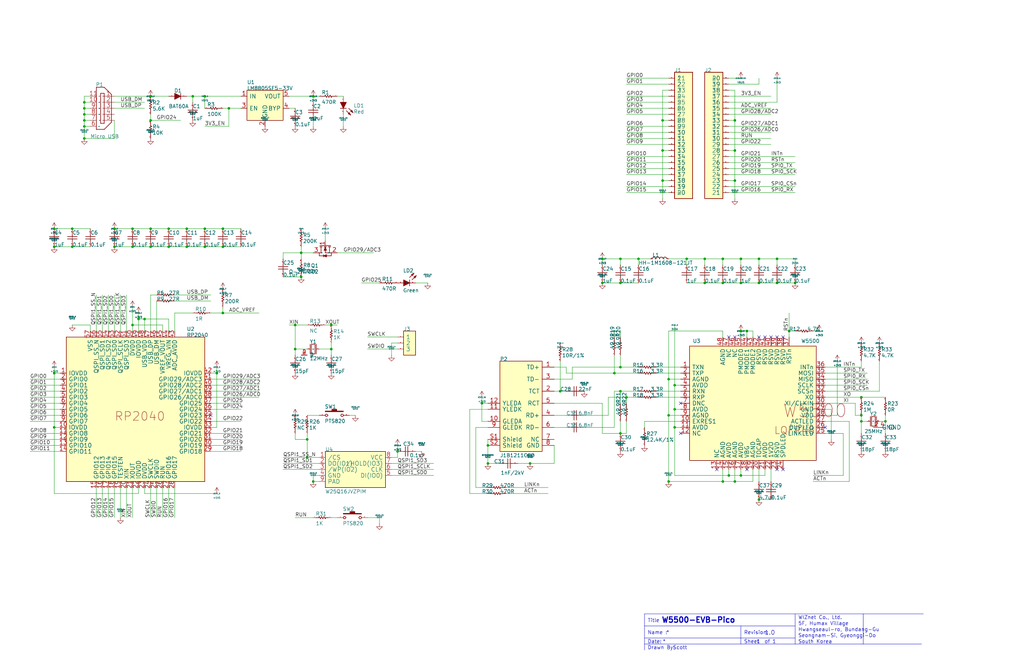
<source format=kicad_sch>
(kicad_sch (version 20230121) (generator eeschema)
  (paper "B")
  (title_block (title "W5500-EVB-Pico_V100-SchDoc") (date "19 03 2023"))
  (junction (at 236.22 165.1))
  (junction (at 35.56 43.18))
  (junction (at 35.56 53.34))
  (junction (at 309.88 203.2))
  (junction (at 332.74 139.7))
  (junction (at 307.34 200.66))
  (junction (at 284.48 172.72))
  (junction (at 63.5 50.8))
  (junction (at 309.88 63.5))
  (junction (at 63.5 96.52))
  (junction (at 304.8 109.22))
  (junction (at 63.5 104.14))
  (junction (at 284.48 162.56))
  (junction (at 281.94 203.2))
  (junction (at 91.44 157.48))
  (junction (at 30.48 96.52))
  (junction (at 127 106.68))
  (junction (at 297.18 119.38))
  (junction (at 279.4 63.5))
  (junction (at 254 109.22))
  (junction (at 55.88 137.16))
  (junction (at 55.88 96.52))
  (junction (at 48.26 96.52))
  (junction (at 78.74 96.52))
  (junction (at 60.96 134.62))
  (junction (at 320.04 210.82))
  (junction (at 127 116.84))
  (junction (at 312.42 200.66))
  (junction (at 327.66 109.22))
  (junction (at 22.86 96.52))
  (junction (at 81.28 40.64))
  (junction (at 205.74 187.96))
  (junction (at 22.86 157.48))
  (junction (at 261.62 182.88))
  (junction (at 304.8 203.2))
  (junction (at 363.22 177.8))
  (junction (at 281.94 160.02))
  (junction (at 129.54 185.42))
  (junction (at 93.98 96.52))
  (junction (at 335.28 119.38))
  (junction (at 205.74 195.58))
  (junction (at 139.7 147.32))
  (junction (at 261.62 165.1))
  (junction (at 279.4 76.2))
  (junction (at 261.62 119.38))
  (junction (at 363.22 167.64))
  (junction (at 261.62 154.94))
  (junction (at 312.42 119.38))
  (junction (at 327.66 119.38))
  (junction (at 93.98 132.08))
  (junction (at 269.24 109.22))
  (junction (at 261.62 109.22))
  (junction (at 320.04 109.22))
  (junction (at 63.5 40.64))
  (junction (at 86.36 96.52))
  (junction (at 35.56 48.26))
  (junction (at 279.4 50.8))
  (junction (at 22.86 180.34))
  (junction (at 284.48 180.34))
  (junction (at 139.7 137.16))
  (junction (at 86.36 104.14))
  (junction (at 363.22 175.26))
  (junction (at 132.08 40.64))
  (junction (at 309.88 50.8))
  (junction (at 124.46 147.32))
  (junction (at 129.54 193.04))
  (junction (at 30.48 104.14))
  (junction (at 312.42 109.22))
  (junction (at 96.52 45.72))
  (junction (at 71.12 104.14))
  (junction (at 254 119.38))
  (junction (at 304.8 119.38))
  (junction (at 203.2 170.18))
  (junction (at 35.56 50.8))
  (junction (at 289.56 109.22))
  (junction (at 373.38 177.8))
  (junction (at 309.88 76.2))
  (junction (at 48.26 104.14))
  (junction (at 312.42 139.7))
  (junction (at 93.98 104.14))
  (junction (at 264.16 167.64))
  (junction (at 259.08 157.48))
  (junction (at 58.42 134.62))
  (junction (at 35.56 58.42))
  (junction (at 223.52 195.58))
  (junction (at 132.08 203.2))
  (junction (at 124.46 137.16))
  (junction (at 71.12 96.52))
  (junction (at 167.64 190.5))
  (junction (at 320.04 119.38))
  (junction (at 55.88 104.14))
  (junction (at 297.18 109.22))
  (junction (at 22.86 104.14))
  (junction (at 281.94 175.26))
  (junction (at 86.36 40.64))
  (junction (at 314.96 139.7))
  (junction (at 78.74 104.14))
  (junction (at 35.56 45.72))
  (no_connect (at 287.02 182.88))
  (no_connect (at 287.02 170.18))
  (no_connect (at 320.04 142.24))
  (no_connect (at 327.66 198.12))
  (no_connect (at 347.98 180.34))
  (no_connect (at 302.26 198.12))
  (no_connect (at 327.66 142.24))
  (no_connect (at 88.9 175.26))
  (no_connect (at 309.88 142.24))
  (no_connect (at 325.12 142.24))
  (no_connect (at 322.58 142.24))
  (no_connect (at 314.96 198.12))
  (no_connect (at 330.2 142.24))
  (no_connect (at 330.2 198.12))
  (no_connect (at 307.34 142.24))
  (wire (pts (xy 327.66 119.38) (xy 320.04 119.38)))
  (wire (pts (xy 307.34 60.96) (xy 325.12 60.96)))
  (wire (pts (xy 45.72 139.7) (xy 45.72 124.46)))
  (wire (pts (xy 139.7 218.44) (xy 142.24 218.44)))
  (wire (pts (xy 48.26 205.74) (xy 48.26 218.44)))
  (wire (pts (xy 205.74 195.58) (xy 205.74 187.96)))
  (wire (pts (xy 38.1 137.16) (xy 38.1 139.7)))
  (wire (pts (xy 93.98 132.08) (xy 93.98 129.54)))
  (wire (pts (xy 233.68 160.02) (xy 241.3 160.02)))
  (wire (pts (xy 307.34 58.42) (xy 325.12 58.42)))
  (wire (pts (xy 203.2 177.8) (xy 203.2 170.18)))
  (wire (pts (xy 350.52 172.72) (xy 347.98 172.72)))
  (wire (pts (xy 307.34 40.64) (xy 325.12 40.64)))
  (wire (pts (xy 160.02 119.38) (xy 152.4 119.38)))
  (wire (pts (xy 203.2 170.18) (xy 205.74 170.18)))
  (wire (pts (xy 269.24 111.76) (xy 269.24 109.22)))
  (wire (pts (xy 25.4 160.02) (xy 12.7 160.02)))
  (wire (pts (xy 124.46 147.32) (xy 129.54 147.32)))
  (wire (pts (xy 88.9 162.56) (xy 109.22 162.56)))
  (wire (pts (xy 86.36 40.64) (xy 81.28 40.64)))
  (wire (pts (xy 304.8 109.22) (xy 312.42 109.22)))
  (wire (pts (xy 233.68 195.58) (xy 233.68 187.96)))
  (wire (pts (xy 353.06 175.26) (xy 347.98 175.26)))
  (wire (pts (xy 55.88 137.16) (xy 55.88 139.7)))
  (wire (pts (xy 35.56 48.26) (xy 38.1 48.26)))
  (wire (pts (xy 355.6 200.66) (xy 355.6 182.88)))
  (wire (pts (xy 307.34 200.66) (xy 307.34 198.12)))
  (wire (pts (xy 261.62 149.86) (xy 261.62 154.94)))
  (wire (pts (xy 254 182.88) (xy 254 170.18)))
  (wire (pts (xy 264.16 73.66) (xy 281.94 73.66)))
  (wire (pts (xy 269.24 119.38) (xy 261.62 119.38)))
  (wire (pts (xy 71.12 139.7) (xy 71.12 134.62)))
  (wire (pts (xy 327.66 109.22) (xy 327.66 111.76)))
  (wire (pts (xy 88.9 160.02) (xy 109.22 160.02)))
  (polyline (pts (xy 335.28 264.16) (xy 271.78 264.16)))
  (wire (pts (xy 134.62 147.32) (xy 139.7 147.32)))
  (wire (pts (xy 271.78 177.8) (xy 287.02 177.8)))
  (wire (pts (xy 157.48 106.68) (xy 142.24 106.68)))
  (wire (pts (xy 312.42 139.7) (xy 312.42 142.24)))
  (wire (pts (xy 35.56 53.34) (xy 35.56 50.8)))
  (wire (pts (xy 332.74 139.7) (xy 332.74 142.24)))
  (wire (pts (xy 320.04 119.38) (xy 312.42 119.38)))
  (wire (pts (xy 50.8 205.74) (xy 50.8 218.44)))
  (wire (pts (xy 139.7 149.86) (xy 139.7 147.32)))
  (wire (pts (xy 335.28 109.22) (xy 327.66 109.22)))
  (wire (pts (xy 134.62 193.04) (xy 129.54 193.04)))
  (wire (pts (xy 91.44 154.94) (xy 91.44 157.48)))
  (wire (pts (xy 363.22 154.94) (xy 363.22 152.4)))
  (wire (pts (xy 35.56 45.72) (xy 35.56 43.18)))
  (wire (pts (xy 132.08 43.18) (xy 132.08 40.64)))
  (wire (pts (xy 25.4 182.88) (xy 12.7 182.88)))
  (wire (pts (xy 279.4 50.8) (xy 279.4 38.1)))
  (wire (pts (xy 284.48 137.16) (xy 284.48 162.56)))
  (wire (pts (xy 297.18 111.76) (xy 297.18 109.22)))
  (wire (pts (xy 30.48 96.52) (xy 22.86 96.52)))
  (wire (pts (xy 373.38 167.64) (xy 363.22 167.64)))
  (wire (pts (xy 281.94 203.2) (xy 281.94 175.26)))
  (wire (pts (xy 320.04 109.22) (xy 327.66 109.22)))
  (wire (pts (xy 223.52 195.58) (xy 233.68 195.58)))
  (wire (pts (xy 86.36 40.64) (xy 86.36 45.72)))
  (wire (pts (xy 48.26 45.72) (xy 60.96 45.72)))
  (wire (pts (xy 88.9 167.64) (xy 109.22 167.64)))
  (wire (pts (xy 142.24 137.16) (xy 139.7 137.16)))
  (wire (pts (xy 246.38 180.34) (xy 259.08 180.34)))
  (wire (pts (xy 307.34 68.58) (xy 335.28 68.58)))
  (wire (pts (xy 276.86 165.1) (xy 287.02 165.1)))
  (wire (pts (xy 279.4 50.8) (xy 281.94 50.8)))
  (wire (pts (xy 25.4 162.56) (xy 12.7 162.56)))
  (wire (pts (xy 373.38 177.8) (xy 373.38 175.26)))
  (wire (pts (xy 71.12 205.74) (xy 71.12 218.44)))
  (wire (pts (xy 124.46 149.86) (xy 124.46 147.32)))
  (wire (pts (xy 218.44 195.58) (xy 223.52 195.58)))
  (wire (pts (xy 304.8 203.2) (xy 304.8 198.12)))
  (wire (pts (xy 358.14 177.8) (xy 347.98 177.8)))
  (wire (pts (xy 22.86 180.34) (xy 22.86 208.28)))
  (wire (pts (xy 279.4 63.5) (xy 279.4 50.8)))
  (wire (pts (xy 309.88 203.2) (xy 309.88 198.12)))
  (wire (pts (xy 309.88 76.2) (xy 307.34 76.2)))
  (wire (pts (xy 25.4 187.96) (xy 12.7 187.96)))
  (wire (pts (xy 309.88 63.5) (xy 309.88 76.2)))
  (wire (pts (xy 134.62 195.58) (xy 119.38 195.58)))
  (wire (pts (xy 132.08 53.34) (xy 132.08 50.8)))
  (wire (pts (xy 91.44 208.28) (xy 60.96 208.28)))
  (wire (pts (xy 241.3 154.94) (xy 261.62 154.94)))
  (wire (pts (xy 281.94 160.02) (xy 281.94 139.7)))
  (wire (pts (xy 259.08 165.1) (xy 261.62 165.1)))
  (wire (pts (xy 335.28 111.76) (xy 335.28 109.22)))
  (wire (pts (xy 284.48 162.56) (xy 284.48 172.72)))
  (wire (pts (xy 289.56 111.76) (xy 289.56 109.22)))
  (wire (pts (xy 281.94 139.7) (xy 304.8 139.7)))
  (wire (pts (xy 320.04 109.22) (xy 320.04 111.76)))
  (wire (pts (xy 312.42 198.12) (xy 312.42 200.66)))
  (polyline (pts (xy 363.982 271.78) (xy 363.982 259.08)))
  (wire (pts (xy 160.02 218.44) (xy 154.94 218.44)))
  (wire (pts (xy 132.08 106.68) (xy 127 106.68)))
  (wire (pts (xy 144.78 40.64) (xy 142.24 40.64)))
  (wire (pts (xy 320.04 203.2) (xy 320.04 198.12)))
  (polyline (pts (xy 388.62 271.78) (xy 363.22 271.78)))
  (wire (pts (xy 160.02 220.98) (xy 160.02 218.44)))
  (wire (pts (xy 342.9 139.7) (xy 345.44 139.7)))
  (wire (pts (xy 264.16 45.72) (xy 281.94 45.72)))
  (wire (pts (xy 312.42 119.38) (xy 304.8 119.38)))
  (wire (pts (xy 40.64 205.74) (xy 40.64 218.44)))
  (wire (pts (xy 58.42 134.62) (xy 58.42 139.7)))
  (wire (pts (xy 35.56 45.72) (xy 38.1 45.72)))
  (wire (pts (xy 284.48 180.34) (xy 287.02 180.34)))
  (wire (pts (xy 238.76 157.48) (xy 259.08 157.48)))
  (polyline (pts (xy 363.982 259.08) (xy 389.382 259.08)))
  (wire (pts (xy 264.16 81.28) (xy 281.94 81.28)))
  (wire (pts (xy 134.62 40.64) (xy 132.08 40.64)))
  (wire (pts (xy 213.36 205.74) (xy 231.14 205.74)))
  (wire (pts (xy 360.68 170.18) (xy 347.98 170.18)))
  (wire (pts (xy 307.34 48.26) (xy 325.12 48.26)))
  (wire (pts (xy 198.12 208.28) (xy 198.12 172.72)))
  (wire (pts (xy 312.42 200.66) (xy 322.58 200.66)))
  (wire (pts (xy 25.4 190.5) (xy 12.7 190.5)))
  (wire (pts (xy 322.58 200.66) (xy 322.58 198.12)))
  (wire (pts (xy 149.86 175.26) (xy 147.32 175.26)))
  (wire (pts (xy 93.98 132.08) (xy 88.9 132.08)))
  (wire (pts (xy 370.84 177.8) (xy 373.38 177.8)))
  (wire (pts (xy 132.08 200.66) (xy 134.62 200.66)))
  (wire (pts (xy 236.22 165.1) (xy 236.22 152.4)))
  (wire (pts (xy 35.56 58.42) (xy 48.26 58.42)))
  (wire (pts (xy 165.1 200.66) (xy 182.88 200.66)))
  (wire (pts (xy 88.9 182.88) (xy 101.6 182.88)))
  (wire (pts (xy 101.6 45.72) (xy 96.52 45.72)))
  (wire (pts (xy 124.46 45.72) (xy 121.92 45.72)))
  (wire (pts (xy 43.18 205.74) (xy 43.18 218.44)))
  (wire (pts (xy 73.66 132.08) (xy 81.28 132.08)))
  (wire (pts (xy 132.08 40.64) (xy 121.92 40.64)))
  (wire (pts (xy 312.42 33.02) (xy 307.34 33.02)))
  (wire (pts (xy 264.16 53.34) (xy 281.94 53.34)))
  (wire (pts (xy 22.86 104.14) (xy 30.48 104.14)))
  (wire (pts (xy 259.08 139.7) (xy 259.08 142.24)))
  (polyline (pts (xy 312.42 271.78) (xy 312.42 264.16)))
  (wire (pts (xy 55.88 96.52) (xy 48.26 96.52)))
  (wire (pts (xy 22.86 157.48) (xy 22.86 154.94)))
  (wire (pts (xy 363.22 182.88) (xy 363.22 177.8)))
  (wire (pts (xy 43.18 139.7) (xy 43.18 124.46)))
  (wire (pts (xy 264.16 58.42) (xy 281.94 58.42)))
  (wire (pts (xy 261.62 119.38) (xy 254 119.38)))
  (wire (pts (xy 279.4 76.2) (xy 279.4 63.5)))
  (wire (pts (xy 289.56 109.22) (xy 281.94 109.22)))
  (wire (pts (xy 25.4 172.72) (xy 12.7 172.72)))
  (wire (pts (xy 264.16 71.12) (xy 281.94 71.12)))
  (wire (pts (xy 86.36 96.52) (xy 78.74 96.52)))
  (wire (pts (xy 365.76 177.8) (xy 363.22 177.8)))
  (wire (pts (xy 320.04 33.02) (xy 320.04 35.56)))
  (wire (pts (xy 276.86 154.94) (xy 287.02 154.94)))
  (polyline (pts (xy 271.78 274.32) (xy 271.78 259.08)))
  (wire (pts (xy 254 111.76) (xy 254 109.22)))
  (wire (pts (xy 309.88 50.8) (xy 309.88 63.5)))
  (wire (pts (xy 205.74 187.96) (xy 205.74 185.42)))
  (wire (pts (xy 129.54 137.16) (xy 124.46 137.16)))
  (wire (pts (xy 81.28 43.18) (xy 81.28 40.64)))
  (wire (pts (xy 132.08 203.2) (xy 132.08 200.66)))
  (polyline (pts (xy 335.28 271.78) (xy 335.28 259.08)))
  (wire (pts (xy 200.66 180.34) (xy 200.66 205.74)))
  (wire (pts (xy 101.6 104.14) (xy 93.98 104.14)))
  (wire (pts (xy 119.38 109.22) (xy 119.38 106.68)))
  (wire (pts (xy 297.18 109.22) (xy 304.8 109.22)))
  (wire (pts (xy 73.66 139.7) (xy 73.66 132.08)))
  (wire (pts (xy 238.76 165.1) (xy 236.22 165.1)))
  (wire (pts (xy 210.82 195.58) (xy 205.74 195.58)))
  (wire (pts (xy 81.28 40.64) (xy 78.74 40.64)))
  (wire (pts (xy 304.8 109.22) (xy 304.8 111.76)))
  (wire (pts (xy 132.08 218.44) (xy 124.46 218.44)))
  (wire (pts (xy 284.48 200.66) (xy 307.34 200.66)))
  (wire (pts (xy 307.34 53.34) (xy 325.12 53.34)))
  (wire (pts (xy 68.58 137.16) (xy 68.58 139.7)))
  (wire (pts (xy 139.7 147.32) (xy 139.7 144.78)))
  (wire (pts (xy 71.12 104.14) (xy 63.5 104.14)))
  (wire (pts (xy 309.88 63.5) (xy 307.34 63.5)))
  (wire (pts (xy 332.74 132.08) (xy 332.74 139.7)))
  (wire (pts (xy 63.5 139.7) (xy 63.5 124.46)))
  (wire (pts (xy 264.16 55.88) (xy 281.94 55.88)))
  (wire (pts (xy 35.56 48.26) (xy 35.56 45.72)))
  (wire (pts (xy 365.76 157.48) (xy 347.98 157.48)))
  (wire (pts (xy 279.4 63.5) (xy 281.94 63.5)))
  (wire (pts (xy 205.74 208.28) (xy 198.12 208.28)))
  (wire (pts (xy 45.72 205.74) (xy 45.72 218.44)))
  (wire (pts (xy 200.66 205.74) (xy 205.74 205.74)))
  (wire (pts (xy 35.56 50.8) (xy 35.56 48.26)))
  (wire (pts (xy 48.26 58.42) (xy 48.26 50.8)))
  (wire (pts (xy 314.96 139.7) (xy 314.96 142.24)))
  (wire (pts (xy 241.3 160.02) (xy 241.3 154.94)))
  (wire (pts (xy 259.08 149.86) (xy 259.08 157.48)))
  (wire (pts (xy 55.88 205.74) (xy 55.88 218.44)))
  (wire (pts (xy 165.1 149.86) (xy 165.1 144.78)))
  (wire (pts (xy 167.64 193.04) (xy 165.1 193.04)))
  (wire (pts (xy 30.48 104.14) (xy 38.1 104.14)))
  (wire (pts (xy 127 106.68) (xy 127 104.14)))
  (wire (pts (xy 261.62 165.1) (xy 269.24 165.1)))
  (wire (pts (xy 317.5 203.2) (xy 317.5 198.12)))
  (wire (pts (xy 58.42 132.08) (xy 58.42 134.62)))
  (wire (pts (xy 297.18 119.38) (xy 289.56 119.38)))
  (wire (pts (xy 373.38 182.88) (xy 373.38 177.8)))
  (wire (pts (xy 281.94 175.26) (xy 287.02 175.26)))
  (wire (pts (xy 35.56 43.18) (xy 38.1 43.18)))
  (wire (pts (xy 124.46 185.42) (xy 124.46 182.88)))
  (wire (pts (xy 38.1 96.52) (xy 30.48 96.52)))
  (wire (pts (xy 284.48 162.56) (xy 287.02 162.56)))
  (wire (pts (xy 101.6 40.64) (xy 86.36 40.64)))
  (wire (pts (xy 264.16 33.02) (xy 281.94 33.02)))
  (wire (pts (xy 25.4 185.42) (xy 12.7 185.42)))
  (wire (pts (xy 175.26 190.5) (xy 177.8 190.5)))
  (wire (pts (xy 91.44 180.34) (xy 91.44 157.48)))
  (wire (pts (xy 355.6 182.88) (xy 347.98 182.88)))
  (wire (pts (xy 55.88 137.16) (xy 68.58 137.16)))
  (wire (pts (xy 264.16 35.56) (xy 281.94 35.56)))
  (wire (pts (xy 284.48 172.72) (xy 287.02 172.72)))
  (wire (pts (xy 88.9 177.8) (xy 101.6 177.8)))
  (wire (pts (xy 261.62 111.76) (xy 261.62 109.22)))
  (wire (pts (xy 167.64 147.32) (xy 154.94 147.32)))
  (wire (pts (xy 238.76 175.26) (xy 233.68 175.26)))
  (wire (pts (xy 304.8 119.38) (xy 297.18 119.38)))
  (wire (pts (xy 48.26 43.18) (xy 60.96 43.18)))
  (wire (pts (xy 53.34 205.74) (xy 53.34 218.44)))
  (wire (pts (xy 259.08 157.48) (xy 269.24 157.48)))
  (wire (pts (xy 22.86 157.48) (xy 22.86 180.34)))
  (wire (pts (xy 304.8 203.2) (xy 309.88 203.2)))
  (wire (pts (xy 320.04 35.56) (xy 307.34 35.56)))
  (wire (pts (xy 335.28 119.38) (xy 327.66 119.38)))
  (wire (pts (xy 58.42 134.62) (xy 60.96 134.62)))
  (wire (pts (xy 88.9 180.34) (xy 91.44 180.34)))
  (wire (pts (xy 55.88 104.14) (xy 48.26 104.14)))
  (wire (pts (xy 134.62 198.12) (xy 119.38 198.12)))
  (wire (pts (xy 264.16 48.26) (xy 281.94 48.26)))
  (wire (pts (xy 307.34 38.1) (xy 309.88 38.1)))
  (wire (pts (xy 261.62 154.94) (xy 269.24 154.94)))
  (wire (pts (xy 88.9 170.18) (xy 101.6 170.18)))
  (wire (pts (xy 363.22 175.26) (xy 360.68 175.26)))
  (wire (pts (xy 25.4 175.26) (xy 12.7 175.26)))
  (wire (pts (xy 22.86 208.28) (xy 58.42 208.28)))
  (wire (pts (xy 342.9 203.2) (xy 358.14 203.2)))
  (wire (pts (xy 22.86 180.34) (xy 25.4 180.34)))
  (wire (pts (xy 264.16 167.64) (xy 269.24 167.64)))
  (wire (pts (xy 261.62 109.22) (xy 269.24 109.22)))
  (wire (pts (xy 261.62 182.88) (xy 254 182.88)))
  (wire (pts (xy 236.22 165.1) (xy 233.68 165.1)))
  (wire (pts (xy 180.34 119.38) (xy 175.26 119.38)))
  (wire (pts (xy 38.1 53.34) (xy 35.56 53.34)))
  (wire (pts (xy 129.54 193.04) (xy 119.38 193.04)))
  (wire (pts (xy 198.12 172.72) (xy 205.74 172.72)))
  (wire (pts (xy 360.68 175.26) (xy 360.68 170.18)))
  (wire (pts (xy 91.44 157.48) (xy 88.9 157.48)))
  (wire (pts (xy 307.34 66.04) (xy 335.28 66.04)))
  (wire (pts (xy 165.1 144.78) (xy 167.64 144.78)))
  (wire (pts (xy 213.36 208.28) (xy 231.14 208.28)))
  (wire (pts (xy 320.04 210.82) (xy 325.12 210.82)))
  (wire (pts (xy 73.66 127) (xy 88.9 127)))
  (wire (pts (xy 127 109.22) (xy 127 106.68)))
  (wire (pts (xy 109.22 132.08) (xy 93.98 132.08)))
  (wire (pts (xy 165.1 195.58) (xy 182.88 195.58)))
  (wire (pts (xy 264.16 182.88) (xy 261.62 182.88)))
  (wire (pts (xy 317.5 142.24) (xy 317.5 139.7)))
  (wire (pts (xy 73.66 205.74) (xy 73.66 218.44)))
  (wire (pts (xy 35.56 50.8) (xy 38.1 50.8)))
  (wire (pts (xy 129.54 193.04) (xy 129.54 185.42)))
  (wire (pts (xy 281.94 203.2) (xy 304.8 203.2)))
  (wire (pts (xy 25.4 177.8) (xy 12.7 177.8)))
  (wire (pts (xy 261.62 139.7) (xy 259.08 139.7)))
  (wire (pts (xy 309.88 83.82) (xy 309.88 76.2)))
  (wire (pts (xy 30.48 137.16) (xy 38.1 137.16)))
  (polyline (pts (xy 271.78 271.78) (xy 363.22 271.78)))
  (wire (pts (xy 50.8 139.7) (xy 50.8 124.46)))
  (wire (pts (xy 205.74 177.8) (xy 203.2 177.8)))
  (wire (pts (xy 261.62 177.8) (xy 261.62 182.88)))
  (wire (pts (xy 205.74 180.34) (xy 200.66 180.34)))
  (wire (pts (xy 309.88 50.8) (xy 307.34 50.8)))
  (wire (pts (xy 264.16 60.96) (xy 281.94 60.96)))
  (wire (pts (xy 127 116.84) (xy 119.38 116.84)))
  (wire (pts (xy 312.42 200.66) (xy 307.34 200.66)))
  (wire (pts (xy 71.12 96.52) (xy 63.5 96.52)))
  (wire (pts (xy 233.68 154.94) (xy 238.76 154.94)))
  (wire (pts (xy 297.18 109.22) (xy 289.56 109.22)))
  (wire (pts (xy 144.78 53.34) (xy 144.78 48.26)))
  (wire (pts (xy 264.16 43.18) (xy 281.94 43.18)))
  (wire (pts (xy 88.9 165.1) (xy 109.22 165.1)))
  (wire (pts (xy 88.9 190.5) (xy 101.6 190.5)))
  (wire (pts (xy 307.34 45.72) (xy 325.12 45.72)))
  (wire (pts (xy 96.52 53.34) (xy 96.52 45.72)))
  (wire (pts (xy 167.64 142.24) (xy 154.94 142.24)))
  (wire (pts (xy 347.98 154.94) (xy 363.22 154.94)))
  (wire (pts (xy 88.9 185.42) (xy 101.6 185.42)))
  (wire (pts (xy 350.52 185.42) (xy 350.52 172.72)))
  (wire (pts (xy 124.46 137.16) (xy 121.92 137.16)))
  (wire (pts (xy 93.98 104.14) (xy 86.36 104.14)))
  (wire (pts (xy 256.54 167.64) (xy 264.16 167.64)))
  (wire (pts (xy 271.78 180.34) (xy 271.78 177.8)))
  (wire (pts (xy 264.16 170.18) (xy 264.16 167.64)))
  (wire (pts (xy 66.04 139.7) (xy 66.04 127)))
  (wire (pts (xy 63.5 50.8) (xy 76.2 50.8)))
  (wire (pts (xy 134.62 203.2) (xy 132.08 203.2)))
  (wire (pts (xy 264.16 177.8) (xy 264.16 182.88)))
  (wire (pts (xy 48.26 139.7) (xy 48.26 124.46)))
  (wire (pts (xy 71.12 134.62) (xy 60.96 134.62)))
  (wire (pts (xy 314.96 139.7) (xy 312.42 139.7)))
  (wire (pts (xy 86.36 104.14) (xy 78.74 104.14)))
  (wire (pts (xy 254 170.18) (xy 233.68 170.18)))
  (wire (pts (xy 60.96 208.28) (xy 60.96 205.74)))
  (wire (pts (xy 335.28 81.28) (xy 307.34 81.28)))
  (polyline (pts (xy 271.78 259.08) (xy 363.982 259.08)))
  (wire (pts (xy 304.8 139.7) (xy 304.8 142.24)))
  (wire (pts (xy 66.04 205.74) (xy 66.04 218.44)))
  (wire (pts (xy 327.66 43.18) (xy 307.34 43.18)))
  (wire (pts (xy 63.5 124.46) (xy 66.04 124.46)))
  (wire (pts (xy 86.36 53.34) (xy 96.52 53.34)))
  (wire (pts (xy 358.14 203.2) (xy 358.14 177.8)))
  (wire (pts (xy 335.28 139.7) (xy 332.74 139.7)))
  (polyline (pts (xy 335.28 269.24) (xy 271.78 269.24)))
  (wire (pts (xy 167.64 187.96) (xy 167.64 190.5)))
  (wire (pts (xy 269.24 109.22) (xy 274.32 109.22)))
  (wire (pts (xy 309.88 38.1) (xy 309.88 50.8)))
  (wire (pts (xy 256.54 175.26) (xy 256.54 167.64)))
  (wire (pts (xy 254 109.22) (xy 261.62 109.22)))
  (wire (pts (xy 25.4 165.1) (xy 12.7 165.1)))
  (wire (pts (xy 307.34 73.66) (xy 335.28 73.66)))
  (wire (pts (xy 63.5 48.26) (xy 63.5 50.8)))
  (wire (pts (xy 137.16 101.6) (xy 137.16 96.52)))
  (wire (pts (xy 365.76 162.56) (xy 347.98 162.56)))
  (wire (pts (xy 35.56 40.64) (xy 38.1 40.64)))
  (wire (pts (xy 63.5 96.52) (xy 55.88 96.52)))
  (wire (pts (xy 309.88 203.2) (xy 317.5 203.2)))
  (wire (pts (xy 342.9 200.66) (xy 355.6 200.66)))
  (wire (pts (xy 58.42 208.28) (xy 58.42 205.74)))
  (wire (pts (xy 264.16 40.64) (xy 281.94 40.64)))
  (wire (pts (xy 63.5 104.14) (xy 55.88 104.14)))
  (wire (pts (xy 101.6 96.52) (xy 93.98 96.52)))
  (wire (pts (xy 60.96 134.62) (xy 60.96 139.7)))
  (wire (pts (xy 129.54 185.42) (xy 124.46 185.42)))
  (wire (pts (xy 35.56 43.18) (xy 35.56 40.64)))
  (wire (pts (xy 281.94 175.26) (xy 281.94 160.02)))
  (wire (pts (xy 25.4 167.64) (xy 12.7 167.64)))
  (wire (pts (xy 68.58 205.74) (xy 68.58 218.44)))
  (wire (pts (xy 327.66 33.02) (xy 327.66 43.18)))
  (wire (pts (xy 25.4 157.48) (xy 22.86 157.48)))
  (wire (pts (xy 363.22 177.8) (xy 363.22 175.26)))
  (wire (pts (xy 40.64 139.7) (xy 40.64 124.46)))
  (wire (pts (xy 71.12 40.64) (xy 63.5 40.64)))
  (wire (pts (xy 78.74 104.14) (xy 71.12 104.14)))
  (wire (pts (xy 55.88 129.54) (xy 55.88 137.16)))
  (wire (pts (xy 312.42 109.22) (xy 320.04 109.22)))
  (wire (pts (xy 284.48 172.72) (xy 284.48 180.34)))
  (wire (pts (xy 238.76 154.94) (xy 238.76 157.48)))
  (wire (pts (xy 35.56 53.34) (xy 35.56 58.42)))
  (wire (pts (xy 167.64 190.5) (xy 167.64 193.04)))
  (wire (pts (xy 307.34 55.88) (xy 325.12 55.88)))
  (wire (pts (xy 281.94 160.02) (xy 287.02 160.02)))
  (wire (pts (xy 139.7 137.16) (xy 137.16 137.16)))
  (wire (pts (xy 101.6 187.96) (xy 88.9 187.96)))
  (wire (pts (xy 325.12 203.2) (xy 325.12 198.12)))
  (wire (pts (xy 25.4 170.18) (xy 12.7 170.18)))
  (wire (pts (xy 53.34 139.7) (xy 53.34 124.46)))
  (wire (pts (xy 63.5 205.74) (xy 63.5 218.44)))
  (wire (pts (xy 73.66 124.46) (xy 88.9 124.46)))
  (wire (pts (xy 370.84 165.1) (xy 370.84 152.4)))
  (wire (pts (xy 88.9 172.72) (xy 101.6 172.72)))
  (wire (pts (xy 238.76 180.34) (xy 233.68 180.34)))
  (wire (pts (xy 353.06 152.4) (xy 353.06 175.26)))
  (wire (pts (xy 96.52 45.72) (xy 93.98 45.72)))
  (wire (pts (xy 124.46 137.16) (xy 124.46 147.32)))
  (wire (pts (xy 276.86 157.48) (xy 287.02 157.48)))
  (wire (pts (xy 312.42 109.22) (xy 312.42 111.76)))
  (wire (pts (xy 264.16 66.04) (xy 281.94 66.04)))
  (wire (pts (xy 264.16 78.74) (xy 281.94 78.74)))
  (wire (pts (xy 259.08 180.34) (xy 259.08 165.1)))
  (wire (pts (xy 264.16 68.58) (xy 281.94 68.58)))
  (wire (pts (xy 317.5 139.7) (xy 314.96 139.7)))
  (wire (pts (xy 365.76 160.02) (xy 347.98 160.02)))
  (wire (pts (xy 165.1 198.12) (xy 182.88 198.12)))
  (wire (pts (xy 63.5 40.64) (xy 48.26 40.64)))
  (wire (pts (xy 363.22 167.64) (xy 347.98 167.64)))
  (wire (pts (xy 129.54 185.42) (xy 129.54 182.88)))
  (wire (pts (xy 203.2 170.18) (xy 203.2 167.64)))
  (wire (pts (xy 129.54 175.26) (xy 134.62 175.26)))
  (wire (pts (xy 307.34 71.12) (xy 335.28 71.12)))
  (wire (pts (xy 279.4 83.82) (xy 279.4 76.2)))
  (wire (pts (xy 246.38 175.26) (xy 256.54 175.26)))
  (wire (pts (xy 93.98 96.52) (xy 86.36 96.52)))
  (wire (pts (xy 281.94 76.2) (xy 279.4 76.2)))
  (wire (pts (xy 347.98 165.1) (xy 370.84 165.1)))
  (wire (pts (xy 279.4 38.1) (xy 281.94 38.1)))
  (wire (pts (xy 261.62 142.24) (xy 261.62 139.7)))
  (wire (pts (xy 261.62 165.1) (xy 261.62 170.18)))
  (wire (pts (xy 284.48 180.34) (xy 284.48 200.66)))
  (wire (pts (xy 276.86 167.64) (xy 287.02 167.64)))
  (wire (pts (xy 78.74 96.52) (xy 71.12 96.52)))
  (wire (pts (xy 119.38 106.68) (xy 127 106.68)))
  (wire (pts (xy 335.28 78.74) (xy 307.34 78.74)))
  (text "Name :" (at 273.05 267.97 0) (effects (font (size 1.524 1.524)) (justify left bottom)))
  (text "Hwangseaul-ro, Bundang-Gu" (at 336.55 266.7 0) (effects (font (size 1.524 1.524)) (justify left bottom)))
  (text "Sheet" (at 313.69 271.78 0) (effects (font (size 1.524 1.524)) (justify left bottom)))
  (text "5F, Humax Village" (at 336.55 264.16 0) (effects (font (size 1.524 1.524)) (justify left bottom)))
  (text "Drawn By:" (at 273.05 274.32 0) (effects (font (size 1.524 1.524)) (justify left bottom)))
  (text "South Korea" (at 336.55 271.78 0) (effects (font (size 1.524 1.524)) (justify left bottom)))
  (text "Title" (at 273.05 262.89 0) (effects (font (size 1.524 1.524)) (justify left bottom)))
  (text "1" (at 319.024 271.78 0) (effects (font (size 1.524 1.524)) (justify left bottom)))
  (text "W5500-EVB-Pico" (at 278.892 263.144 0) (effects (font (size 2.286 2.286) (thickness 0.4572) bold) (justify left bottom)))
  (text "of" (at 322.326 271.78 0) (effects (font (size 1.524 1.524)) (justify left bottom)))
  (text "Revision:" (at 313.69 267.97 0) (effects (font (size 1.524 1.524)) (justify left bottom)))
  (text "Seongnam-Si, Gyeonggi-Do" (at 336.55 269.24 0) (effects (font (size 1.524 1.524)) (justify left bottom)))
  (text "Scott" (at 283.718 274.32 0) (effects (font (size 1.524 1.524)) (justify left bottom)))
  (text "Date:" (at 273.05 271.78 0) (effects (font (size 1.524 1.524)) (justify left bottom)))
  (text "1.0" (at 322.326 268.224 0) (effects (font (size 1.8288 1.8288)) (justify left bottom)))
  (text "1" (at 325.628 271.78 0) (effects (font (size 1.524 1.524)) (justify left bottom)))
  (text "*" (at 279.4 271.78 0) (effects (font (size 1.524 1.524)) (justify left bottom)))
  (text "*" (at 280.924 267.97 0) (effects (font (size 1.524 1.524)) (justify left bottom)))
  (text "WIZnet Co., Ltd." (at 336.55 261.62 0) (effects (font (size 1.524 1.524)) (justify left bottom)))
  (label "GPIO13" (at 43.18 218.44 90) (effects (font (size 1.524 1.524))))
  (label "GPIO25" (at 152.4 119.38 0) (effects (font (size 1.524 1.524))))
  (label "SPI0_CSn" (at 325.12 78.74 0) (effects (font (size 1.524 1.524))))
  (label "XI" (at 355.6 170.18 0) (effects (font (size 1.524 1.524))))
  (label "GPIO0" (at 12.7 160.02 0) (effects (font (size 1.524 1.524))))
  (label "GPIO5" (at 12.7 172.72 0) (effects (font (size 1.524 1.524))))
  (label "INTn" (at 325.12 66.04 0) (effects (font (size 1.524 1.524))))
  (label "GPIO2" (at 264.16 40.64 0) (effects (font (size 1.524 1.524))))
  (label "RUN" (at 68.58 218.44 90) (effects (font (size 1.524 1.524))))
  (label "GPIO25" (at 93.98 170.18 0) (effects (font (size 1.524 1.524))))
  (label "QSPI1_SD0" (at 167.64 200.66 0) (effects (font (size 1.524 1.524))))
  (label "USB_DM" (at 50.8 43.18 0) (effects (font (size 1.524 1.524))))
  (label "GPIO28/ADC2" (at 312.42 48.26 0) (effects (font (size 1.524 1.524))))
  (label "GPIO9" (at 12.7 185.42 0) (effects (font (size 1.524 1.524))))
  (label "GPIO21" (at 312.42 66.04 0) (effects (font (size 1.524 1.524))))
  (label "SWCLK" (at 154.94 142.24 0) (effects (font (size 1.524 1.524))))
  (label "ADC_VREF" (at 312.42 45.72 0) (effects (font (size 1.524 1.524))))
  (label "RUN" (at 124.46 218.44 0) (effects (font (size 1.524 1.524))))
  (label "GPIO18" (at 312.42 73.66 0) (effects (font (size 1.524 1.524))))
  (label "GPIO3" (at 12.7 167.64 0) (effects (font (size 1.524 1.524))))
  (label "GPIO20" (at 93.98 185.42 0) (effects (font (size 1.524 1.524))))
  (label "QSPI1_SD3" (at 167.64 195.58 0) (effects (font (size 1.524 1.524))))
  (label "QSPI1_SD0" (at 48.26 137.16 90) (effects (font (size 1.524 1.524))))
  (label "QSPI1_SD2" (at 45.72 137.16 90) (effects (font (size 1.524 1.524))))
  (label "GPIO13" (at 264.16 73.66 0) (effects (font (size 1.524 1.524))))
  (label "GPIO3" (at 264.16 43.18 0) (effects (font (size 1.524 1.524))))
  (label "USB_DM" (at 78.74 127 0) (effects (font (size 1.524 1.524))))
  (label "GPIO5" (at 264.16 48.26 0) (effects (font (size 1.524 1.524))))
  (label "GPIO6" (at 12.7 175.26 0) (effects (font (size 1.524 1.524))))
  (label "GPIO8" (at 12.7 182.88 0) (effects (font (size 1.524 1.524))))
  (label "QSPI1_SCLK" (at 50.8 137.16 90) (effects (font (size 1.524 1.524))))
  (label "LINKn" (at 342.9 200.66 0) (effects (font (size 1.524 1.524))))
  (label "GPIO22" (at 312.42 60.96 0) (effects (font (size 1.524 1.524))))
  (label "GPIO11" (at 264.16 68.58 0) (effects (font (size 1.524 1.524))))
  (label "GPIO14" (at 45.72 218.44 90) (effects (font (size 1.524 1.524))))
  (label "RSTn" (at 332.74 139.7 90) (effects (font (size 1.524 1.524))))
  (label "GPIO24" (at 93.98 172.72 0) (effects (font (size 1.524 1.524))))
  (label "GPIO18" (at 93.98 190.5 0) (effects (font (size 1.524 1.524))))
  (label "GPIO29/ADC3" (at 93.98 160.02 0) (effects (font (size 1.524 1.524))))
  (label "XOUT" (at 55.88 218.44 90) (effects (font (size 1.524 1.524))))
  (label "GPIO27/ADC1" (at 312.42 53.34 0) (effects (font (size 1.524 1.524))))
  (label "SPI0_SCK" (at 325.12 73.66 0) (effects (font (size 1.524 1.524))))
  (label "GPIO1" (at 264.16 35.56 0) (effects (font (size 1.524 1.524))))
  (label "XOUT" (at 137.16 137.16 0) (effects (font (size 1.524 1.524))))
  (label "GPIO11" (at 12.7 190.5 0) (effects (font (size 1.524 1.524))))
  (label "GPIO17" (at 73.66 218.44 90) (effects (font (size 1.524 1.524))))
  (label "ADC_VREF" (at 96.52 132.08 0) (effects (font (size 1.524 1.524))))
  (label "ACTn" (at 220.98 208.28 0) (effects (font (size 1.524 1.524))))
  (label "GPIO10" (at 264.16 66.04 0) (effects (font (size 1.524 1.524))))
  (label "GPIO19" (at 312.42 71.12 0) (effects (font (size 1.524 1.524))))
  (label "GPIO15" (at 48.26 218.44 90) (effects (font (size 1.524 1.524))))
  (label "SWDIO" (at 154.94 147.32 0) (effects (font (size 1.524 1.524))))
  (label "GPIO15" (at 264.16 81.28 0) (effects (font (size 1.524 1.524))))
  (label "USB_DP" (at 78.74 124.46 0) (effects (font (size 1.524 1.524))))
  (label "RUN" (at 312.42 58.42 0) (effects (font (size 1.524 1.524))))
  (label "XO" (at 355.6 167.64 0) (effects (font (size 1.524 1.524))))
  (label "GPIO28/ADC2" (at 93.98 162.56 0) (effects (font (size 1.524 1.524))))
  (label "SPI0_SCK" (at 355.6 162.56 0) (effects (font (size 1.524 1.524))))
  (label "SPI0_RX" (at 325.12 81.28 0) (effects (font (size 1.524 1.524))))
  (label "XIN" (at 53.34 218.44 90) (effects (font (size 1.524 1.524))))
  (label "GPIO20" (at 312.42 68.58 0) (effects (font (size 1.524 1.524))))
  (label "SWCLK" (at 63.5 218.44 90) (effects (font (size 1.524 1.524))))
  (label "GPIO4" (at 264.16 45.72 0) (effects (font (size 1.524 1.524))))
  (label "3V3_EN" (at 312.42 40.64 0) (effects (font (size 1.524 1.524))))
  (label "GPIO12" (at 40.64 218.44 90) (effects (font (size 1.524 1.524))))
  (label "GPIO14" (at 264.16 78.74 0) (effects (font (size 1.524 1.524))))
  (label "LINKn" (at 220.98 205.74 0) (effects (font (size 1.524 1.524))))
  (label "QSPI1_SD2" (at 119.38 198.12 0) (effects (font (size 1.524 1.524))))
  (label "GPIO7" (at 12.7 177.8 0) (effects (font (size 1.524 1.524))))
  (label "GPIO26/ADC0" (at 93.98 167.64 0) (effects (font (size 1.524 1.524))))
  (label "3V3_EN" (at 86.36 53.34 0) (effects (font (size 1.524 1.524))))
  (label "USB_DP" (at 50.8 45.72 0) (effects (font (size 1.524 1.524))))
  (label "GPIO21" (at 93.98 182.88 0) (effects (font (size 1.524 1.524))))
  (label "GPIO29/ADC3" (at 144.78 106.68 0) (effects (font (size 1.524 1.524))))
  (label "GPIO6" (at 264.16 53.34 0) (effects (font (size 1.524 1.524))))
  (label "GPIO2" (at 12.7 165.1 0) (effects (font (size 1.524 1.524))))
  (label "GPIO26/ADC0" (at 312.42 55.88 0) (effects (font (size 1.524 1.524))))
  (label "SWDIO" (at 66.04 218.44 90) (effects (font (size 1.524 1.524))))
  (label "QSPI1_SS_N" (at 119.38 193.04 0) (effects (font (size 1.524 1.524))))
  (label "GPIO22" (at 93.98 177.8 0) (effects (font (size 1.524 1.524))))
  (label "GPIO24" (at 66.04 50.8 0) (effects (font (size 1.524 1.524))))
  (label "QSPI1_SD1" (at 119.38 195.58 0) (effects (font (size 1.524 1.524))))
  (label "QSPI1_SD1" (at 43.18 137.16 90) (effects (font (size 1.524 1.524))))
  (label "SPI0_TX" (at 355.6 157.48 0) (effects (font (size 1.524 1.524))))
  (label "QSPI1_SCLK" (at 167.64 198.12 0) (effects (font (size 1.524 1.524))))
  (label "GPIO4" (at 12.7 170.18 0) (effects (font (size 1.524 1.524))))
  (label "GPIO16" (at 312.42 81.28 0) (effects (font (size 1.524 1.524))))
  (label "GPIO27/ADC1" (at 93.98 165.1 0) (effects (font (size 1.524 1.524))))
  (label "GPIO10" (at 12.7 187.96 0) (effects (font (size 1.524 1.524))))
  (label "GPIO9" (at 264.16 60.96 0) (effects (font (size 1.524 1.524))))
  (label "SPI0_CSn" (at 355.6 165.1 0) (effects (font (size 1.524 1.524))))
  (label "QSPI1_SS_N" (at 40.64 137.16 90) (effects (font (size 1.524 1.524))))
  (label "GPIO19" (at 93.98 187.96 0) (effects (font (size 1.524 1.524))))
  (label "GPIO12" (at 264.16 71.12 0) (effects (font (size 1.524 1.524))))
  (label "ACTn" (at 342.9 203.2 0) (effects (font (size 1.524 1.524))))
  (label "INTn" (at 355.6 154.94 0) (effects (font (size 1.524 1.524))))
  (label "SPI0_RX" (at 355.6 160.02 0) (effects (font (size 1.524 1.524))))
  (label "SPI0_TX" (at 325.12 71.12 0) (effects (font (size 1.524 1.524))))
  (label "GPIO7" (at 264.16 55.88 0) (effects (font (size 1.524 1.524))))
  (label "XIN" (at 121.92 137.16 0) (effects (font (size 1.524 1.524))))
  (label "GPIO17" (at 312.42 78.74 0) (effects (font (size 1.524 1.524))))
  (label "GPIO1" (at 12.7 162.56 0) (effects (font (size 1.524 1.524))))
  (label "GPIO0" (at 264.16 33.02 0) (effects (font (size 1.524 1.524))))
  (label "QSPI1_SD3" (at 53.34 137.16 90) (effects (font (size 1.524 1.524))))
  (label "RSTn" (at 325.12 68.58 0) (effects (font (size 1.524 1.524))))
  (label "GPIO16" (at 71.12 218.44 90) (effects (font (size 1.524 1.524))))
  (label "GPIO8" (at 264.16 58.42 0) (effects (font (size 1.524 1.524))))
  (symbol (lib_id "W5500-EVB-Pico_V100-SchDoc-rescue:CAP-0402-") (at 83.82 101.6 90) (unit 1)
    (property "Reference" "C12" (at 86.36 99.06 90) (effects (font (size 1.524 1.524)) (justify right top)))
    (property "Value" "0.1uF" (at 86.36 104.14 90) (effects (font (size 1.524 1.524)) (justify right top)))
  )
  (symbol (lib_id "W5500-EVB-Pico_V100-SchDoc-rescue:CAP-0402-") (at 243.84 182.88 180) (unit 1)
    (property "Reference" "C36" (at 238.76 180.34 0) (effects (font (size 1.524 1.524)) (justify right top)))
    (property "Value" "6.8nF" (at 243.84 180.34 0) (effects (font (size 1.524 1.524)) (justify right top)))
  )
  (symbol (lib_id "W5500-EVB-Pico_V100-SchDoc-rescue:CAP-0402-") (at 243.84 177.8 180) (unit 1)
    (property "Reference" "C35" (at 238.76 175.26 0) (effects (font (size 1.524 1.524)) (justify right top)))
    (property "Value" "6.8nF" (at 243.84 175.26 0) (effects (font (size 1.524 1.524)) (justify right top)))
  )
  (symbol (lib_id "W5500-EVB-Pico_V100-SchDoc-rescue:J1B1211CCD-") (at 220.98 170.18 0) (mirror y) (unit 1)
    (property "Reference" "P2" (at 210.82 152.4 0) (effects (font (size 1.524 1.524)) (justify right bottom)))
    (property "Value" "J1B1211CCD" (at 210.82 193.04 0) (effects (font (size 1.524 1.524)) (justify right bottom)))
  )
  (symbol (lib_id "W5500-EVB-Pico_V100-SchDoc-rescue:CAP-0805-") (at 317.5 208.28 90) (unit 1)
    (property "Reference" "C37" (at 320.04 205.74 90) (effects (font (size 1.524 1.524)) (justify right top)))
    (property "Value" "4.7uF" (at 320.04 210.82 90) (effects (font (size 1.524 1.524)) (justify right top)))
  )
  (symbol (lib_id "W5500-EVB-Pico_V100-SchDoc-rescue:RES-0402-") (at 370.84 147.32 270) (unit 1)
    (property "Reference" "R33" (at 371.602 148.336 90) (effects (font (size 1.524 1.524)) (justify left bottom)))
    (property "Value" "4.7K" (at 371.602 150.876 90) (effects (font (size 1.524 1.524)) (justify left bottom)))
  )
  (symbol (lib_id "W5500-EVB-Pico_V100-SchDoc-rescue:RES-0402-") (at 363.22 147.32 270) (unit 1)
    (property "Reference" "R32" (at 363.982 148.336 90) (effects (font (size 1.524 1.524)) (justify left bottom)))
    (property "Value" "4.7K" (at 363.982 150.876 90) (effects (font (size 1.524 1.524)) (justify left bottom)))
  )
  (symbol (lib_id "W5500-EVB-Pico_V100-SchDoc-rescue:W5500-") (at 317.5 167.64 0) (unit 1)
    (property "Reference" "U3" (at 292.1 144.78 0) (effects (font (size 1.524 1.524)) (justify left bottom)))
    (property "Value" "W5500" (at 337.82 144.78 0) (effects (font (size 1.524 1.524)) (justify left bottom)))
  )
  (symbol (lib_id "W5500-EVB-Pico_V100-SchDoc-rescue:RES-0402-") (at 137.16 218.44 180) (unit 1)
    (property "Reference" "R31" (at 133.096 217.678 0) (effects (font (size 1.524 1.524)) (justify right top)))
    (property "Value" "1K" (at 133.096 221.742 0) (effects (font (size 1.524 1.524)) (justify right top)))
  )
  (symbol (lib_id "W5500-EVB-Pico_V100-SchDoc-rescue:ITS-1107(SMD)-") (at 147.32 218.44 0) (unit 1)
    (property "Reference" "SW2" (at 144.526 215.646 0) (effects (font (size 1.524 1.524)) (justify left bottom)))
    (property "Value" "PTS820" (at 144.526 221.742 0) (effects (font (size 1.524 1.524)) (justify left bottom)))
  )
  (symbol (lib_id "W5500-EVB-Pico_V100-SchDoc-rescue:CAP-0402-") (at 76.2 101.6 90) (unit 1)
    (property "Reference" "C11" (at 78.74 99.06 90) (effects (font (size 1.524 1.524)) (justify right top)))
    (property "Value" "0.1uF" (at 78.74 104.14 90) (effects (font (size 1.524 1.524)) (justify right top)))
  )
  (symbol (lib_id "W5500-EVB-Pico_V100-SchDoc-rescue:Micro_USB_5P_DBX6.4-") (at 43.18 43.18 0) (mirror y) (unit 1)
    (property "Reference" "P1" (at 40.386 36.576 0) (effects (font (size 1.524 1.524)) (justify right bottom)))
    (property "Value" "Micro USB" (at 38.1 58.42 0) (effects (font (size 1.524 1.524)) (justify right bottom)))
  )
  (symbol (lib_id "W5500-EVB-Pico_V100-SchDoc-rescue:RES-0402-") (at 63.5 55.88 90) (unit 1)
    (property "Reference" "R4" (at 64.262 54.356 90) (effects (font (size 1.524 1.524)) (justify right top)))
    (property "Value" "10K" (at 64.262 56.896 90) (effects (font (size 1.524 1.524)) (justify right top)))
  )
  (symbol (lib_id "W5500-EVB-Pico_V100-SchDoc-rescue:RES-0402-") (at 63.5 45.72 90) (unit 1)
    (property "Reference" "R2" (at 64.262 44.196 90) (effects (font (size 1.524 1.524)) (justify right top)))
    (property "Value" "5.6K" (at 64.262 46.736 90) (effects (font (size 1.524 1.524)) (justify right top)))
  )
  (symbol (lib_id "W5500-EVB-Pico_V100-SchDoc-rescue:DIODE-BAT60A-") (at 73.66 40.64 0) (unit 1)
    (property "Reference" "D1" (at 73.406 39.116 0) (effects (font (size 1.524 1.524)) (justify left bottom)))
    (property "Value" "BAT60A" (at 71.12 45.72 0) (effects (font (size 1.524 1.524)) (justify left bottom)))
  )
  (symbol (lib_id "W5500-EVB-Pico_V100-SchDoc-rescue:CAP-0402-") (at 129.54 48.26 90) (unit 1)
    (property "Reference" "C2" (at 132.08 45.72 90) (effects (font (size 1.524 1.524)) (justify right top)))
    (property "Value" "1uF" (at 132.08 50.8 90) (effects (font (size 1.524 1.524)) (justify right top)))
  )
  (symbol (lib_id "W5500-EVB-Pico_V100-SchDoc-rescue:RES-0402-") (at 88.9 45.72 0) (unit 1)
    (property "Reference" "R3" (at 87.376 44.958 0) (effects (font (size 1.524 1.524)) (justify left bottom)))
    (property "Value" "100K" (at 87.376 49.022 0) (effects (font (size 1.524 1.524)) (justify left bottom)))
  )
  (symbol (lib_id "W5500-EVB-Pico_V100-SchDoc-rescue:RES-0402-") (at 137.16 40.64 0) (unit 1)
    (property "Reference" "R1" (at 135.636 39.878 0) (effects (font (size 1.524 1.524)) (justify left bottom)))
    (property "Value" "470R" (at 135.636 43.942 0) (effects (font (size 1.524 1.524)) (justify left bottom)))
  )
  (symbol (lib_id "W5500-EVB-Pico_V100-SchDoc-rescue:CAP-0402-") (at 121.92 50.8 90) (unit 1)
    (property "Reference" "C3" (at 124.46 48.26 90) (effects (font (size 1.524 1.524)) (justify right top)))
    (property "Value" "0.1uF" (at 124.46 53.34 90) (effects (font (size 1.524 1.524)) (justify right top)))
  )
  (symbol (lib_id "W5500-EVB-Pico_V100-SchDoc-rescue:CAP-0402-") (at 78.74 48.26 90) (unit 1)
    (property "Reference" "C1" (at 81.28 45.72 90) (effects (font (size 1.524 1.524)) (justify right top)))
    (property "Value" "1uF" (at 81.28 50.8 90) (effects (font (size 1.524 1.524)) (justify right top)))
  )
  (symbol (lib_id "W5500-EVB-Pico_V100-SchDoc-rescue:LM8805SF5-33V-") (at 111.76 45.72 0) (unit 1)
    (property "Reference" "U1" (at 104.14 35.56 0) (effects (font (size 1.524 1.524)) (justify left bottom)))
    (property "Value" "LM8805SF5-33V" (at 104.14 38.1 0) (effects (font (size 1.524 1.524)) (justify left bottom)))
  )
  (symbol (lib_id "W5500-EVB-Pico_V100-SchDoc-rescue:CAP-0402-") (at 68.58 101.6 90) (unit 1)
    (property "Reference" "C10" (at 71.12 99.06 90) (effects (font (size 1.524 1.524)) (justify right top)))
    (property "Value" "0.1uF" (at 71.12 104.14 90) (effects (font (size 1.524 1.524)) (justify right top)))
  )
  (symbol (lib_id "W5500-EVB-Pico_V100-SchDoc-rescue:LED-0603-") (at 144.78 43.18 270) (unit 1)
    (property "Reference" "LD1" (at 149.098 45.466 90) (effects (font (size 1.524 1.524)) (justify left bottom)))
    (property "Value" "Red" (at 149.098 48.006 90) (effects (font (size 1.524 1.524)) (justify left bottom)))
  )
  (symbol (lib_id "W5500-EVB-Pico_V100-SchDoc-rescue:LED-0603-") (at 170.18 119.38 0) (unit 1)
    (property "Reference" "LD2" (at 169.926 115.062 0) (effects (font (size 1.524 1.524)) (justify left bottom)))
    (property "Value" "Green" (at 169.926 123.444 0) (effects (font (size 1.524 1.524)) (justify left bottom)))
  )
  (symbol (lib_id "W5500-EVB-Pico_V100-SchDoc-rescue:RES-0402-") (at 165.1 119.38 180) (unit 1)
    (property "Reference" "R11" (at 161.036 118.618 0) (effects (font (size 1.524 1.524)) (justify right top)))
    (property "Value" "470R" (at 161.036 122.682 0) (effects (font (size 1.524 1.524)) (justify right top)))
  )
  (symbol (lib_id "W5500-EVB-Pico_V100-SchDoc-rescue:2.54mm_1x3_Pin_Header_DIP-") (at 172.72 144.78 0) (unit 1)
    (property "Reference" "J3" (at 170.18 139.7 0) (effects (font (size 1.524 1.524)) (justify left bottom)))
  )
  (symbol (lib_id "W5500-EVB-Pico_V100-SchDoc-rescue:RES-0402-") (at 134.62 137.16 180) (unit 1)
    (property "Reference" "R13" (at 130.556 136.398 0) (effects (font (size 1.524 1.524)) (justify right top)))
    (property "Value" "NC" (at 130.556 140.462 0) (effects (font (size 1.524 1.524)) (justify right top)))
  )
  (symbol (lib_id "W5500-EVB-Pico_V100-SchDoc-rescue:RES-0402-") (at 139.7 142.24 90) (unit 1)
    (property "Reference" "R14" (at 140.462 140.716 90) (effects (font (size 1.524 1.524)) (justify right top)))
    (property "Value" "1K" (at 140.462 143.256 90) (effects (font (size 1.524 1.524)) (justify right top)))
  )
  (symbol (lib_id "W5500-EVB-Pico_V100-SchDoc-rescue:CAP-0402-") (at 142.24 152.4 270) (unit 1)
    (property "Reference" "C27" (at 139.7 152.4 90) (effects (font (size 1.524 1.524)) (justify left bottom)))
    (property "Value" "15pF" (at 139.7 157.48 90) (effects (font (size 1.524 1.524)) (justify left bottom)))
  )
  (symbol (lib_id "W5500-EVB-Pico_V100-SchDoc-rescue:CAP-0402-") (at 127 152.4 270) (unit 1)
    (property "Reference" "C26" (at 124.46 152.4 90) (effects (font (size 1.524 1.524)) (justify left bottom)))
    (property "Value" "15pF" (at 124.46 157.48 90) (effects (font (size 1.524 1.524)) (justify left bottom)))
  )
  (symbol (lib_id "W5500-EVB-Pico_V100-SchDoc-rescue:OSC-TZ1067B-12MHz-") (at 129.54 147.32 0) (unit 1)
    (property "Reference" "Y1" (at 130.556 145.034 0) (effects (font (size 1.524 1.524)) (justify left bottom)))
    (property "Value" "12MHz" (at 130.556 152.146 0) (effects (font (size 1.524 1.524)) (justify left bottom)))
  )
  (symbol (lib_id "W5500-EVB-Pico_V100-SchDoc-rescue:CAP-0402-") (at 121.92 111.76 270) (unit 1)
    (property "Reference" "C25" (at 119.38 111.76 90) (effects (font (size 1.524 1.524)) (justify left bottom)))
    (property "Value" "0.1uF" (at 119.38 116.84 90) (effects (font (size 1.524 1.524)) (justify left bottom)))
  )
  (symbol (lib_id "W5500-EVB-Pico_V100-SchDoc-rescue:CAP-0402-") (at 60.96 101.6 90) (unit 1)
    (property "Reference" "C9" (at 63.5 99.06 90) (effects (font (size 1.524 1.524)) (justify right top)))
    (property "Value" "0.1uF" (at 63.5 104.14 90) (effects (font (size 1.524 1.524)) (justify right top)))
  )
  (symbol (lib_id "W5500-EVB-Pico_V100-SchDoc-rescue:RES-0402-") (at 127 114.3 90) (unit 1)
    (property "Reference" "R8" (at 127.762 112.776 90) (effects (font (size 1.524 1.524)) (justify right top)))
    (property "Value" "100K" (at 127.762 115.316 90) (effects (font (size 1.524 1.524)) (justify right top)))
  )
  (symbol (lib_id "W5500-EVB-Pico_V100-SchDoc-rescue:RES-0402-") (at 127 101.6 90) (unit 1)
    (property "Reference" "R5" (at 127.762 100.076 90) (effects (font (size 1.524 1.524)) (justify right top)))
    (property "Value" "200K" (at 127.762 102.616 90) (effects (font (size 1.524 1.524)) (justify right top)))
  )
  (symbol (lib_id "W5500-EVB-Pico_V100-SchDoc-rescue:RES-0402-") (at 124.46 180.34 90) (unit 1)
    (property "Reference" "R25" (at 125.222 178.816 90) (effects (font (size 1.524 1.524)) (justify right top)))
    (property "Value" "NC" (at 125.222 181.356 90) (effects (font (size 1.524 1.524)) (justify right top)))
  )
  (symbol (lib_id "W5500-EVB-Pico_V100-SchDoc-rescue:RES-0402-") (at 129.54 180.34 90) (unit 1)
    (property "Reference" "R26" (at 130.302 178.816 90) (effects (font (size 1.524 1.524)) (justify right top)))
    (property "Value" "1K" (at 130.302 181.356 90) (effects (font (size 1.524 1.524)) (justify right top)))
  )
  (symbol (lib_id "W5500-EVB-Pico_V100-SchDoc-rescue:ITS-1107(SMD)-") (at 139.7 175.26 0) (unit 1)
    (property "Reference" "SW1" (at 136.906 172.466 0) (effects (font (size 1.524 1.524)) (justify left bottom)))
    (property "Value" "PTS820" (at 136.906 178.562 0) (effects (font (size 1.524 1.524)) (justify left bottom)))
  )
  (symbol (lib_id "W5500-EVB-Pico_V100-SchDoc-rescue:RES-0402-") (at 83.82 132.08 0) (unit 1)
    (property "Reference" "R10" (at 82.296 131.318 0) (effects (font (size 1.524 1.524)) (justify left bottom)))
    (property "Value" "1R" (at 82.296 135.382 0) (effects (font (size 1.524 1.524)) (justify left bottom)))
  )
  (symbol (lib_id "W5500-EVB-Pico_V100-SchDoc-rescue:RES-0402-") (at 93.98 124.46 270) (unit 1)
    (property "Reference" "R7" (at 94.742 125.476 90) (effects (font (size 1.524 1.524)) (justify left bottom)))
    (property "Value" "200R" (at 94.742 128.016 90) (effects (font (size 1.524 1.524)) (justify left bottom)))
  )
  (symbol (lib_id "W5500-EVB-Pico_V100-SchDoc-rescue:CAP-0402-") (at 172.72 193.04 180) (unit 1)
    (property "Reference" "C34" (at 169.926 188.214 0) (effects (font (size 1.524 1.524)) (justify right top)))
    (property "Value" "0.1uF" (at 172.72 193.04 0) (effects (font (size 1.524 1.524)) (justify right top)))
  )
  (symbol (lib_id "W5500-EVB-Pico_V100-SchDoc-rescue:W25Q16JVZPIM-") (at 137.16 190.5 0) (unit 1)
    (property "Reference" "U4" (at 137.16 190.5 0) (effects (font (size 1.524 1.524)) (justify left bottom)))
    (property "Value" "W25Q16JVZPIM" (at 137.16 208.28 0) (effects (font (size 1.524 1.524)) (justify left bottom)))
  )
  (symbol (lib_id "W5500-EVB-Pico_V100-SchDoc-rescue:Q-2N7002-") (at 137.16 104.14 270) (mirror x) (unit 1)
    (property "Reference" "Q1" (at 134.366 111.252 90) (effects (font (size 1.524 1.524)) (justify right bottom)))
    (property "Value" "Q-2N7002" (at 134.366 113.792 90) (effects (font (size 1.524 1.524)) (justify right bottom)))
  )
  (symbol (lib_id "W5500-EVB-Pico_V100-SchDoc-rescue:CAP-0402-") (at 53.34 101.6 90) (unit 1)
    (property "Reference" "C8" (at 55.88 99.06 90) (effects (font (size 1.524 1.524)) (justify right top)))
    (property "Value" "0.1uF" (at 55.88 104.14 90) (effects (font (size 1.524 1.524)) (justify right top)))
  )
  (symbol (lib_id "W5500-EVB-Pico_V100-SchDoc-rescue:RES-0402-") (at 337.82 139.7 0) (unit 1)
    (property "Reference" "R12" (at 332.74 139.7 0) (effects (font (size 1.524 1.524)) (justify left bottom)))
    (property "Value" "4.7K" (at 340.36 139.7 0) (effects (font (size 1.524 1.524)) (justify left bottom)))
  )
  (symbol (lib_id "W5500-EVB-Pico_V100-SchDoc-rescue:RES-0402-") (at 236.22 147.32 270) (unit 1)
    (property "Reference" "R28" (at 236.982 148.336 90) (effects (font (size 1.524 1.524)) (justify left bottom)))
    (property "Value" "10R/1%" (at 236.982 150.876 90) (effects (font (size 1.524 1.524)) (justify left bottom)))
  )
  (symbol (lib_id "W5500-EVB-Pico_V100-SchDoc-rescue:RES-0402-") (at 363.22 172.72 90) (unit 1)
    (property "Reference" "R24" (at 363.982 171.196 90) (effects (font (size 1.524 1.524)) (justify right top)))
    (property "Value" "1M" (at 363.982 173.736 90) (effects (font (size 1.524 1.524)) (justify right top)))
  )
  (symbol (lib_id "W5500-EVB-Pico_V100-SchDoc-rescue:RES-0402-") (at 373.38 172.72 90) (unit 1)
    (property "Reference" "R23" (at 374.142 171.196 90) (effects (font (size 1.524 1.524)) (justify right top)))
    (property "Value" "0R" (at 374.142 173.736 90) (effects (font (size 1.524 1.524)) (justify right top)))
  )
  (symbol (lib_id "W5500-EVB-Pico_V100-SchDoc-rescue:RES-0402-") (at 271.78 182.88 270) (unit 1)
    (property "Reference" "R27" (at 272.542 183.896 90) (effects (font (size 1.524 1.524)) (justify left bottom)))
    (property "Value" "12.4K/1%" (at 272.542 186.436 90) (effects (font (size 1.524 1.524)) (justify left bottom)))
  )
  (symbol (lib_id "W5500-EVB-Pico_V100-SchDoc-rescue:RES-0402-") (at 264.16 175.26 90) (unit 1)
    (property "Reference" "R22" (at 264.16 170.18 0) (effects (font (size 1.524 1.524)) (justify left bottom)))
    (property "Value" "49.9R" (at 264.16 175.26 0) (effects (font (size 1.524 1.524)) (justify left bottom)))
  )
  (symbol (lib_id "W5500-EVB-Pico_V100-SchDoc-rescue:RES-0402-") (at 261.62 175.26 90) (unit 1)
    (property "Reference" "R21" (at 261.62 170.18 0) (effects (font (size 1.524 1.524)) (justify left bottom)))
    (property "Value" "49.9R" (at 261.62 175.26 0) (effects (font (size 1.524 1.524)) (justify left bottom)))
  )
  (symbol (lib_id "W5500-EVB-Pico_V100-SchDoc-rescue:RES-0402-") (at 261.62 147.32 90) (unit 1)
    (property "Reference" "R20" (at 261.62 142.24 0) (effects (font (size 1.524 1.524)) (justify left bottom)))
    (property "Value" "49.9R" (at 261.62 147.32 0) (effects (font (size 1.524 1.524)) (justify left bottom)))
  )
  (symbol (lib_id "W5500-EVB-Pico_V100-SchDoc-rescue:RES-0402-") (at 259.08 147.32 90) (unit 1)
    (property "Reference" "R19" (at 259.08 142.24 0) (effects (font (size 1.524 1.524)) (justify left bottom)))
    (property "Value" "49.9R" (at 259.08 147.32 0) (effects (font (size 1.524 1.524)) (justify left bottom)))
  )
  (symbol (lib_id "W5500-EVB-Pico_V100-SchDoc-rescue:RES-0402-") (at 271.78 167.64 0) (unit 1)
    (property "Reference" "R18" (at 266.7 167.64 0) (effects (font (size 1.524 1.524)) (justify left bottom)))
    (property "Value" "3.3R" (at 274.32 167.64 0) (effects (font (size 1.524 1.524)) (justify left bottom)))
  )
  (symbol (lib_id "W5500-EVB-Pico_V100-SchDoc-rescue:CAP-0402-") (at 45.72 101.6 90) (unit 1)
    (property "Reference" "C7" (at 48.26 99.06 90) (effects (font (size 1.524 1.524)) (justify right top)))
    (property "Value" "1uF" (at 48.26 104.14 90) (effects (font (size 1.524 1.524)) (justify right top)))
  )
  (symbol (lib_id "W5500-EVB-Pico_V100-SchDoc-rescue:RES-0402-") (at 271.78 165.1 0) (unit 1)
    (property "Reference" "R17" (at 266.7 165.1 0) (effects (font (size 1.524 1.524)) (justify left bottom)))
    (property "Value" "3.3R" (at 274.32 165.1 0) (effects (font (size 1.524 1.524)) (justify left bottom)))
  )
  (symbol (lib_id "W5500-EVB-Pico_V100-SchDoc-rescue:RES-0402-") (at 271.78 157.48 0) (unit 1)
    (property "Reference" "R16" (at 266.7 157.48 0) (effects (font (size 1.524 1.524)) (justify left bottom)))
    (property "Value" "3.3R" (at 274.32 157.48 0) (effects (font (size 1.524 1.524)) (justify left bottom)))
  )
  (symbol (lib_id "W5500-EVB-Pico_V100-SchDoc-rescue:RES-0402-") (at 271.78 154.94 0) (unit 1)
    (property "Reference" "R15" (at 266.7 154.94 0) (effects (font (size 1.524 1.524)) (justify left bottom)))
    (property "Value" "3.3R" (at 274.32 154.94 0) (effects (font (size 1.524 1.524)) (justify left bottom)))
  )
  (symbol (lib_id "W5500-EVB-Pico_V100-SchDoc-rescue:RES-0402-") (at 208.28 208.28 0) (unit 1)
    (property "Reference" "R30" (at 203.2 208.28 0) (effects (font (size 1.524 1.524)) (justify left bottom)))
    (property "Value" "470R" (at 210.82 208.28 0) (effects (font (size 1.524 1.524)) (justify left bottom)))
  )
  (symbol (lib_id "W5500-EVB-Pico_V100-SchDoc-rescue:RES-0402-") (at 208.28 205.74 0) (unit 1)
    (property "Reference" "R29" (at 203.2 205.74 0) (effects (font (size 1.524 1.524)) (justify left bottom)))
    (property "Value" "470R" (at 210.82 205.74 0) (effects (font (size 1.524 1.524)) (justify left bottom)))
  )
  (symbol (lib_id "W5500-EVB-Pico_V100-SchDoc-rescue:CAP-0402-") (at 370.84 187.96 90) (unit 1)
    (property "Reference" "C33" (at 373.38 185.42 90) (effects (font (size 1.524 1.524)) (justify right top)))
    (property "Value" "18pF" (at 373.38 190.5 90) (effects (font (size 1.524 1.524)) (justify right top)))
  )
  (symbol (lib_id "W5500-EVB-Pico_V100-SchDoc-rescue:CAP-0402-") (at 259.08 187.96 90) (unit 1)
    (property "Reference" "C30" (at 261.62 185.42 90) (effects (font (size 1.524 1.524)) (justify right top)))
    (property "Value" "0.1uF" (at 261.62 190.5 90) (effects (font (size 1.524 1.524)) (justify right top)))
  )
  (symbol (lib_id "W5500-EVB-Pico_V100-SchDoc-rescue:CAP-0402-") (at 322.58 208.28 90) (unit 1)
    (property "Reference" "C29" (at 325.12 205.74 90) (effects (font (size 1.524 1.524)) (justify right top)))
    (property "Value" "0.1uF" (at 325.12 210.82 90) (effects (font (size 1.524 1.524)) (justify right top)))
  )
  (symbol (lib_id "W5500-EVB-Pico_V100-SchDoc-rescue:CAP-0402-") (at 243.84 167.64 180) (unit 1)
    (property "Reference" "C28" (at 236.22 165.1 0) (effects (font (size 1.524 1.524)) (justify right top)))
    (property "Value" "22nF" (at 243.84 165.1 0) (effects (font (size 1.524 1.524)) (justify right top)))
  )
  (symbol (lib_id "W5500-EVB-Pico_V100-SchDoc-rescue:CAP-0402-") (at 360.68 187.96 90) (unit 1)
    (property "Reference" "C32" (at 363.22 185.42 90) (effects (font (size 1.524 1.524)) (justify right top)))
    (property "Value" "18pF" (at 363.22 190.5 90) (effects (font (size 1.524 1.524)) (justify right top)))
  )
  (symbol (lib_id "W5500-EVB-Pico_V100-SchDoc-rescue:CAP-0402-") (at 35.56 101.6 90) (unit 1)
    (property "Reference" "C6" (at 38.1 99.06 90) (effects (font (size 1.524 1.524)) (justify right top)))
    (property "Value" "0.1uF" (at 38.1 104.14 90) (effects (font (size 1.524 1.524)) (justify right top)))
  )
  (symbol (lib_id "W5500-EVB-Pico_V100-SchDoc-rescue:CAP-0402-") (at 294.64 116.84 90) (unit 1)
    (property "Reference" "C18" (at 297.18 114.3 90) (effects (font (size 1.524 1.524)) (justify right top)))
    (property "Value" "0.1uF" (at 297.18 119.38 90) (effects (font (size 1.524 1.524)) (justify right top)))
  )
  (symbol (lib_id "W5500-EVB-Pico_V100-SchDoc-rescue:CAP-0402-") (at 287.02 116.84 90) (unit 1)
    (property "Reference" "C17" (at 289.56 114.3 90) (effects (font (size 1.524 1.524)) (justify right top)))
    (property "Value" "1uF" (at 289.56 119.38 90) (effects (font (size 1.524 1.524)) (justify right top)))
  )
  (symbol (lib_id "W5500-EVB-Pico_V100-SchDoc-rescue:CAP-0402-") (at 266.7 116.84 90) (unit 1)
    (property "Reference" "C16" (at 269.24 114.3 90) (effects (font (size 1.524 1.524)) (justify right top)))
    (property "Value" "0.1uF" (at 269.24 119.38 90) (effects (font (size 1.524 1.524)) (justify right top)))
  )
  (symbol (lib_id "W5500-EVB-Pico_V100-SchDoc-rescue:CAP-0402-") (at 259.08 116.84 90) (unit 1)
    (property "Reference" "C15" (at 261.62 114.3 90) (effects (font (size 1.524 1.524)) (justify right top)))
    (property "Value" "0.1uF" (at 261.62 119.38 90) (effects (font (size 1.524 1.524)) (justify right top)))
  )
  (symbol (lib_id "W5500-EVB-Pico_V100-SchDoc-rescue:CAP-0402-") (at 251.46 116.84 90) (unit 1)
    (property "Reference" "C24" (at 254 114.3 90) (effects (font (size 1.524 1.524)) (justify right top)))
    (property "Value" "1uF" (at 254 119.38 90) (effects (font (size 1.524 1.524)) (justify right top)))
  )
  (symbol (lib_id "W5500-EVB-Pico_V100-SchDoc-rescue:CAP-0402-") (at 332.74 116.84 90) (unit 1)
    (property "Reference" "C23" (at 335.28 114.3 90) (effects (font (size 1.524 1.524)) (justify right top)))
    (property "Value" "0.1uF" (at 335.28 119.38 90) (effects (font (size 1.524 1.524)) (justify right top)))
  )
  (symbol (lib_id "W5500-EVB-Pico_V100-SchDoc-rescue:CAP-0402-") (at 325.12 116.84 90) (unit 1)
    (property "Reference" "C22" (at 327.66 114.3 90) (effects (font (size 1.524 1.524)) (justify right top)))
    (property "Value" "0.1uF" (at 327.66 119.38 90) (effects (font (size 1.524 1.524)) (justify right top)))
  )
  (symbol (lib_id "W5500-EVB-Pico_V100-SchDoc-rescue:CAP-0402-") (at 317.5 116.84 90) (unit 1)
    (property "Reference" "C21" (at 320.04 114.3 90) (effects (font (size 1.524 1.524)) (justify right top)))
    (property "Value" "0.1uF" (at 320.04 119.38 90) (effects (font (size 1.524 1.524)) (justify right top)))
  )
  (symbol (lib_id "W5500-EVB-Pico_V100-SchDoc-rescue:CAP-0402-") (at 309.88 116.84 90) (unit 1)
    (property "Reference" "C20" (at 312.42 114.3 90) (effects (font (size 1.524 1.524)) (justify right top)))
    (property "Value" "1uF" (at 312.42 119.38 90) (effects (font (size 1.524 1.524)) (justify right top)))
  )
  (symbol (lib_id "W5500-EVB-Pico_V100-SchDoc-rescue:CAP-0402-") (at 302.26 116.84 90) (unit 1)
    (property "Reference" "C19" (at 304.8 114.3 90) (effects (font (size 1.524 1.524)) (justify right top)))
    (property "Value" "0.1uF" (at 304.8 119.38 90) (effects (font (size 1.524 1.524)) (justify right top)))
  )
  (symbol (lib_id "W5500-EVB-Pico_V100-SchDoc-rescue:CAP-0402-") (at 27.94 101.6 90) (unit 1)
    (property "Reference" "C5" (at 30.48 99.06 90) (effects (font (size 1.524 1.524)) (justify right top)))
    (property "Value" "0.1uF" (at 30.48 104.14 90) (effects (font (size 1.524 1.524)) (justify right top)))
  )
  (symbol (lib_id "W5500-EVB-Pico_V100-SchDoc-rescue:CAP-1808-") (at 215.9 198.12 180) (unit 1)
    (property "Reference" "C31" (at 208.28 195.58 0) (effects (font (size 1.524 1.524)) (justify right top)))
    (property "Value" "1nF/2kV" (at 211.074 200.406 0) (effects (font (size 1.524 1.524)) (justify right top)))
  )
  (symbol (lib_id "W5500-EVB-Pico_V100-SchDoc-rescue:2.54mm_1x20_Pin_Header_DIP-") (at 302.26 58.42 180) (unit 1)
    (property "Reference" "J2" (at 297.18 30.48 0) (effects (font (size 1.524 1.524)) (justify right top)))
  )
  (symbol (lib_id "W5500-EVB-Pico_V100-SchDoc-rescue:2.54mm_1x20_Pin_Header_DIP-") (at 287.02 55.88 0) (unit 1)
    (property "Reference" "J1" (at 284.48 30.48 0) (effects (font (size 1.524 1.524)) (justify left bottom)))
  )
  (symbol (lib_id "W5500-EVB-Pico_V100-SchDoc-rescue:IND-0603-") (at 274.32 109.22 0) (unit 1)
    (property "Reference" "L1" (at 275.082 108.458 0) (effects (font (size 1.524 1.524)) (justify left bottom)))
    (property "Value" "HH-1M1608-121JT" (at 269.24 111.76 0) (effects (font (size 1.524 1.524)) (justify left bottom)))
  )
  (symbol (lib_id "W5500-EVB-Pico_V100-SchDoc-rescue:OSC-82J0626-25MHz-") (at 365.76 177.8 0) (unit 1)
    (property "Reference" "Y2" (at 366.776 175.514 0) (effects (font (size 1.524 1.524)) (justify left bottom)))
    (property "Value" "25MHz" (at 364.49 182.88 0) (effects (font (size 1.524 1.524)) (justify left bottom)))
  )
  (symbol (lib_id "W5500-EVB-Pico_V100-SchDoc-rescue:RP2040-") (at 25.4 157.48 0) (unit 1)
    (property "Reference" "U2" (at 78.74 139.7 0) (effects (font (size 1.524 1.524)) (justify left bottom)))
    (property "Value" "RP2040" (at 78.74 142.24 0) (effects (font (size 1.524 1.524)) (justify left bottom)))
  )
  (symbol (lib_id "W5500-EVB-Pico_V100-SchDoc-rescue:RES-0402-") (at 71.12 127 180) (unit 1)
    (property "Reference" "R9" (at 66.04 127 0) (effects (font (size 1.524 1.524)) (justify right top)))
    (property "Value" "27R" (at 71.12 127 0) (effects (font (size 1.524 1.524)) (justify right top)))
  )
  (symbol (lib_id "W5500-EVB-Pico_V100-SchDoc-rescue:RES-0402-") (at 71.12 124.46 180) (unit 1)
    (property "Reference" "R6" (at 66.04 124.46 0) (effects (font (size 1.524 1.524)) (justify right top)))
    (property "Value" "27R" (at 71.12 124.46 0) (effects (font (size 1.524 1.524)) (justify right top)))
  )
  (symbol (lib_id "W5500-EVB-Pico_V100-SchDoc-rescue:CAP-0402-") (at 99.06 101.6 90) (unit 1)
    (property "Reference" "C14" (at 101.6 99.06 90) (effects (font (size 1.524 1.524)) (justify right top)))
    (property "Value" "0.1uF" (at 101.6 104.14 90) (effects (font (size 1.524 1.524)) (justify right top)))
  )
  (symbol (lib_id "W5500-EVB-Pico_V100-SchDoc-rescue:CAP-0402-") (at 91.44 101.6 90) (unit 1)
    (property "Reference" "C13" (at 93.98 99.06 90) (effects (font (size 1.524 1.524)) (justify right top)))
    (property "Value" "0.1uF" (at 93.98 104.14 90) (effects (font (size 1.524 1.524)) (justify right top)))
  )
  (symbol (lib_id "W5500-EVB-Pico_V100-SchDoc-rescue:CAP-0402-") (at 20.32 101.6 90) (unit 1)
    (property "Reference" "C4" (at 22.86 99.06 90) (effects (font (size 1.524 1.524)) (justify right top)))
    (property "Value" "1uF" (at 22.86 104.14 90) (effects (font (size 1.524 1.524)) (justify right top)))
  )
  (symbol (lib_id "power:+3V3A") (at 236.22 144.78 0) (unit 1)
    (property "Reference" "3V3A_4" (at 236.22 144.78 0) (effects (font (size 0.508 0.508))))
    (property "Value" "3V3A" (at 236.22 146.558 0) (effects (font (size 0.762 0.762))))
  )
  (symbol (lib_id "power:+3V3A") (at 284.48 137.16 0) (unit 1)
    (property "Reference" "3V3A_3" (at 284.48 137.16 0) (effects (font (size 0.508 0.508))))
    (property "Value" "3V3A" (at 284.48 138.938 0) (effects (font (size 0.762 0.762))))
  )
  (symbol (lib_id "power:+3V3A") (at 259.08 139.7 0) (unit 1)
    (property "Reference" "3V3A_2" (at 259.08 139.7 0) (effects (font (size 0.508 0.508))))
    (property "Value" "3V3A" (at 259.08 141.478 0) (effects (font (size 0.762 0.762))))
  )
  (symbol (lib_id "power:+3V3") (at 254 109.22 0) (unit 1)
    (property "Reference" "3V3_17" (at 254 109.22 0) (effects (font (size 0.508 0.508))))
    (property "Value" "3V3" (at 254 110.998 0) (effects (font (size 0.762 0.762))))
  )
  (symbol (lib_id "power:GND") (at 254 119.38 0) (unit 1)
    (property "Reference" "GND_33" (at 254 115.824 0) (effects (font (size 0.508 0.508))))
    (property "Value" "GND" (at 254 116.586 0) (effects (font (size 0.762 0.762))))
  )
  (symbol (lib_id "power:GND") (at 335.28 119.38 0) (unit 1)
    (property "Reference" "GND_32" (at 335.28 115.824 0) (effects (font (size 0.508 0.508))))
    (property "Value" "GND" (at 335.28 116.586 0) (effects (font (size 0.762 0.762))))
  )
  (symbol (lib_id "power:+3V3A") (at 335.28 109.22 0) (unit 1)
    (property "Reference" "3V3A" (at 335.28 109.22 0) (effects (font (size 0.508 0.508))))
    (property "Value" "3V3A" (at 335.28 110.998 0) (effects (font (size 0.762 0.762))))
  )
  (symbol (lib_id "power:GND") (at 261.62 190.5 0) (unit 1)
    (property "Reference" "GND_31" (at 261.62 186.944 0) (effects (font (size 0.508 0.508))))
    (property "Value" "GND" (at 261.62 187.706 0) (effects (font (size 0.762 0.762))))
  )
  (symbol (lib_id "power:GND") (at 246.38 165.1 0) (unit 1)
    (property "Reference" "GND_30" (at 246.38 161.544 0) (effects (font (size 0.508 0.508))))
    (property "Value" "GND" (at 246.38 162.306 0) (effects (font (size 0.762 0.762))))
  )
  (symbol (lib_id "power:+3V3") (at 203.2 167.64 0) (unit 1)
    (property "Reference" "3V3_16" (at 203.2 167.64 0) (effects (font (size 0.508 0.508))))
    (property "Value" "3V3" (at 203.2 169.418 0) (effects (font (size 0.762 0.762))))
  )
  (symbol (lib_id "power:GND") (at 373.38 190.5 0) (unit 1)
    (property "Reference" "GND_29" (at 373.38 186.944 0) (effects (font (size 0.508 0.508))))
    (property "Value" "GND" (at 373.38 187.706 0) (effects (font (size 0.762 0.762))))
  )
  (symbol (lib_id "power:GND") (at 363.22 190.5 0) (unit 1)
    (property "Reference" "GND_28" (at 363.22 186.944 0) (effects (font (size 0.508 0.508))))
    (property "Value" "GND" (at 363.22 187.706 0) (effects (font (size 0.762 0.762))))
  )
  (symbol (lib_id "power:+3V3") (at 345.44 139.7 0) (unit 1)
    (property "Reference" "3V3_15" (at 345.44 139.7 0) (effects (font (size 0.508 0.508))))
    (property "Value" "3V3" (at 345.44 141.478 0) (effects (font (size 0.762 0.762))))
  )
  (symbol (lib_id "power:+3V3") (at 363.22 144.78 0) (unit 1)
    (property "Reference" "3V3_14" (at 363.22 144.78 0) (effects (font (size 0.508 0.508))))
    (property "Value" "3V3" (at 363.22 146.558 0) (effects (font (size 0.762 0.762))))
  )
  (symbol (lib_id "power:+3V3") (at 370.84 144.78 0) (unit 1)
    (property "Reference" "3V3_13" (at 370.84 144.78 0) (effects (font (size 0.508 0.508))))
    (property "Value" "3V3" (at 370.84 146.558 0) (effects (font (size 0.762 0.762))))
  )
  (symbol (lib_id "power:+3V3") (at 312.42 139.7 0) (unit 1)
    (property "Reference" "3V3_12" (at 312.42 139.7 0) (effects (font (size 0.508 0.508))))
    (property "Value" "3V3" (at 312.42 141.478 0) (effects (font (size 0.762 0.762))))
  )
  (symbol (lib_id "power:GND") (at 271.78 187.96 0) (unit 1)
    (property "Reference" "GND_27" (at 271.78 184.404 0) (effects (font (size 0.508 0.508))))
    (property "Value" "GND" (at 271.78 185.166 0) (effects (font (size 0.762 0.762))))
  )
  (symbol (lib_id "power:GND") (at 320.04 210.82 0) (unit 1)
    (property "Reference" "GND_26" (at 320.04 207.264 0) (effects (font (size 0.508 0.508))))
    (property "Value" "GND" (at 320.04 208.026 0) (effects (font (size 0.762 0.762))))
  )
  (symbol (lib_id "power:GND") (at 350.52 185.42 0) (unit 1)
    (property "Reference" "GND_25" (at 350.52 181.864 0) (effects (font (size 0.508 0.508))))
    (property "Value" "GND" (at 350.52 182.626 0) (effects (font (size 0.762 0.762))))
  )
  (symbol (lib_id "power:GND") (at 281.94 203.2 0) (unit 1)
    (property "Reference" "GND_24" (at 281.94 199.644 0) (effects (font (size 0.508 0.508))))
    (property "Value" "GND" (at 281.94 200.406 0) (effects (font (size 0.762 0.762))))
  )
  (symbol (lib_id "power:+3V3") (at 353.06 152.4 0) (unit 1)
    (property "Reference" "3V3_11" (at 353.06 152.4 0) (effects (font (size 0.508 0.508))))
    (property "Value" "3V3" (at 353.06 154.178 0) (effects (font (size 0.762 0.762))))
  )
  (symbol (lib_id "power:GND") (at 160.02 220.98 0) (unit 1)
    (property "Reference" "GND_23" (at 160.02 217.424 0) (effects (font (size 0.508 0.508))))
    (property "Value" "GND" (at 160.02 218.186 0) (effects (font (size 0.762 0.762))))
  )
  (symbol (lib_id "power:VSYS") (at 86.36 40.64 0) (unit 1)
    (property "Reference" "VSYS_3" (at 86.36 40.64 0) (effects (font (size 0.508 0.508))))
    (property "Value" "VSYS" (at 86.36 42.418 0) (effects (font (size 0.762 0.762))))
  )
  (symbol (lib_id "power:GND") (at 35.56 58.42 0) (unit 1)
    (property "Reference" "GND_22" (at 35.56 54.864 0) (effects (font (size 0.508 0.508))))
    (property "Value" "GND" (at 35.56 55.626 0) (effects (font (size 0.762 0.762))))
  )
  (symbol (lib_id "power:GND") (at 63.5 58.42 0) (unit 1)
    (property "Reference" "GND_21" (at 63.5 54.864 0) (effects (font (size 0.508 0.508))))
    (property "Value" "GND" (at 63.5 55.626 0) (effects (font (size 0.762 0.762))))
  )
  (symbol (lib_id "power:GND") (at 81.28 50.8 0) (unit 1)
    (property "Reference" "GND_20" (at 81.28 47.244 0) (effects (font (size 0.508 0.508))))
    (property "Value" "GND" (at 81.28 48.006 0) (effects (font (size 0.762 0.762))))
  )
  (symbol (lib_id "power:VBUS") (at 63.5 40.64 0) (unit 1)
    (property "Reference" "VBUS_2" (at 63.5 40.64 0) (effects (font (size 0.508 0.508))))
    (property "Value" "VBUS" (at 63.5 42.418 0) (effects (font (size 0.762 0.762))))
  )
  (symbol (lib_id "power:GND") (at 132.08 53.34 0) (unit 1)
    (property "Reference" "GND_19" (at 132.08 49.784 0) (effects (font (size 0.508 0.508))))
    (property "Value" "GND" (at 132.08 50.546 0) (effects (font (size 0.762 0.762))))
  )
  (symbol (lib_id "power:GND") (at 124.46 53.34 0) (unit 1)
    (property "Reference" "GND_18" (at 124.46 49.784 0) (effects (font (size 0.508 0.508))))
    (property "Value" "GND" (at 124.46 50.546 0) (effects (font (size 0.762 0.762))))
  )
  (symbol (lib_id "power:GND") (at 111.76 53.34 0) (unit 1)
    (property "Reference" "GND_17" (at 111.76 49.784 0) (effects (font (size 0.508 0.508))))
    (property "Value" "GND" (at 111.76 50.546 0) (effects (font (size 0.762 0.762))))
  )
  (symbol (lib_id "power:+3V3") (at 132.08 40.64 0) (unit 1)
    (property "Reference" "3V3_10" (at 132.08 40.64 0) (effects (font (size 0.508 0.508))))
    (property "Value" "3V3" (at 132.08 42.418 0) (effects (font (size 0.762 0.762))))
  )
  (symbol (lib_id "power:GND") (at 144.78 53.34 0) (unit 1)
    (property "Reference" "GND_16" (at 144.78 49.784 0) (effects (font (size 0.508 0.508))))
    (property "Value" "GND" (at 144.78 50.546 0) (effects (font (size 0.762 0.762))))
  )
  (symbol (lib_id "power:VSYS") (at 320.04 33.02 0) (unit 1)
    (property "Reference" "VSYS_2" (at 320.04 33.02 0) (effects (font (size 0.508 0.508))))
    (property "Value" "VSYS" (at 320.04 34.798 0) (effects (font (size 0.762 0.762))))
  )
  (symbol (lib_id "power:GND") (at 180.34 119.38 0) (unit 1)
    (property "Reference" "GND_15" (at 180.34 115.824 0) (effects (font (size 0.508 0.508))))
    (property "Value" "GND" (at 180.34 116.586 0) (effects (font (size 0.762 0.762))))
  )
  (symbol (lib_id "power:GND") (at 165.1 149.86 0) (unit 1)
    (property "Reference" "GND_14" (at 165.1 146.304 0) (effects (font (size 0.508 0.508))))
    (property "Value" "GND" (at 165.1 147.066 0) (effects (font (size 0.762 0.762))))
  )
  (symbol (lib_id "power:GND") (at 139.7 157.48 0) (unit 1)
    (property "Reference" "GND_13" (at 139.7 153.924 0) (effects (font (size 0.508 0.508))))
    (property "Value" "GND" (at 139.7 154.686 0) (effects (font (size 0.762 0.762))))
  )
  (symbol (lib_id "power:GND") (at 124.46 157.48 0) (unit 1)
    (property "Reference" "GND_12" (at 124.46 153.924 0) (effects (font (size 0.508 0.508))))
    (property "Value" "GND" (at 124.46 154.686 0) (effects (font (size 0.762 0.762))))
  )
  (symbol (lib_id "power:VSYS") (at 127 96.52 0) (unit 1)
    (property "Reference" "VSYS" (at 127 96.52 0) (effects (font (size 0.508 0.508))))
    (property "Value" "VSYS" (at 127 98.298 0) (effects (font (size 0.762 0.762))))
  )
  (symbol (lib_id "power:+3V3") (at 137.16 96.52 0) (unit 1)
    (property "Reference" "3V3_9" (at 137.16 96.52 0) (effects (font (size 0.508 0.508))))
    (property "Value" "3V3" (at 137.16 98.298 0) (effects (font (size 0.762 0.762))))
  )
  (symbol (lib_id "power:GND") (at 127 116.84 0) (unit 1)
    (property "Reference" "GND_11" (at 127 113.284 0) (effects (font (size 0.508 0.508))))
    (property "Value" "GND" (at 127 114.046 0) (effects (font (size 0.762 0.762))))
  )
  (symbol (lib_id "power:+3V3") (at 124.46 175.26 0) (unit 1)
    (property "Reference" "3V3_8" (at 124.46 175.26 0) (effects (font (size 0.508 0.508))))
    (property "Value" "3V3" (at 124.46 177.038 0) (effects (font (size 0.762 0.762))))
  )
  (symbol (lib_id "power:GND") (at 149.86 175.26 0) (unit 1)
    (property "Reference" "GND_10" (at 149.86 171.704 0) (effects (font (size 0.508 0.508))))
    (property "Value" "GND" (at 149.86 172.466 0) (effects (font (size 0.762 0.762))))
  )
  (symbol (lib_id "power:+3V3") (at 93.98 121.92 0) (unit 1)
    (property "Reference" "3V3_7" (at 93.98 121.92 0) (effects (font (size 0.508 0.508))))
    (property "Value" "3V3" (at 93.98 123.698 0) (effects (font (size 0.762 0.762))))
  )
  (symbol (lib_id "power:GND") (at 177.8 190.5 0) (unit 1)
    (property "Reference" "GND_9" (at 177.8 186.944 0) (effects (font (size 0.508 0.508))))
    (property "Value" "GND" (at 177.8 187.706 0) (effects (font (size 0.762 0.762))))
  )
  (symbol (lib_id "power:GND") (at 132.08 203.2 0) (unit 1)
    (property "Reference" "GND_8" (at 132.08 199.644 0) (effects (font (size 0.508 0.508))))
    (property "Value" "GND" (at 132.08 200.406 0) (effects (font (size 0.762 0.762))))
  )
  (symbol (lib_id "power:+3V3") (at 167.64 187.96 0) (unit 1)
    (property "Reference" "3V3_6" (at 167.64 187.96 0) (effects (font (size 0.508 0.508))))
    (property "Value" "3V3" (at 167.64 189.738 0) (effects (font (size 0.762 0.762))))
  )
  (symbol (lib_id "power:+3V3") (at 327.66 33.02 0) (unit 1)
    (property "Reference" "3V3_5" (at 327.66 33.02 0) (effects (font (size 0.508 0.508))))
    (property "Value" "3V3" (at 327.66 34.798 0) (effects (font (size 0.762 0.762))))
  )
  (symbol (lib_id "power:VBUS") (at 312.42 33.02 0) (unit 1)
    (property "Reference" "VBUS" (at 312.42 33.02 0) (effects (font (size 0.508 0.508))))
    (property "Value" "VBUS" (at 312.42 34.798 0) (effects (font (size 0.762 0.762))))
  )
  (symbol (lib_id "power:GND") (at 223.52 195.58 0) (unit 1)
    (property "Reference" "GND_7" (at 223.52 192.024 0) (effects (font (size 0.508 0.508))))
    (property "Value" "GND" (at 223.52 192.786 0) (effects (font (size 0.762 0.762))))
  )
  (symbol (lib_id "power:GND") (at 205.74 195.58 0) (unit 1)
    (property "Reference" "CHGND" (at 205.74 192.024 0) (effects (font (size 0.508 0.508))))
    (property "Value" "GND" (at 205.74 192.786 0) (effects (font (size 0.762 0.762))))
  )
  (symbol (lib_id "power:GND") (at 309.88 83.82 0) (unit 1)
    (property "Reference" "GND_6" (at 309.88 80.264 0) (effects (font (size 0.508 0.508))))
    (property "Value" "GND" (at 309.88 81.026 0) (effects (font (size 0.762 0.762))))
  )
  (symbol (lib_id "power:GND") (at 279.4 83.82 0) (unit 1)
    (property "Reference" "GND_5" (at 279.4 80.264 0) (effects (font (size 0.508 0.508))))
    (property "Value" "GND" (at 279.4 81.026 0) (effects (font (size 0.762 0.762))))
  )
  (symbol (lib_id "power:GND") (at 50.8 218.44 0) (unit 1)
    (property "Reference" "GND_4" (at 50.8 214.884 0) (effects (font (size 0.508 0.508))))
    (property "Value" "GND" (at 50.8 215.646 0) (effects (font (size 0.762 0.762))))
  )
  (symbol (lib_id "power:GND") (at 30.48 137.16 0) (unit 1)
    (property "Reference" "GND_3" (at 30.48 133.604 0) (effects (font (size 0.508 0.508))))
    (property "Value" "GND" (at 30.48 134.366 0) (effects (font (size 0.762 0.762))))
  )
  (symbol (lib_id "power:+1V1") (at 91.44 208.28 0) (unit 1)
    (property "Reference" "1V1_3" (at 91.44 208.28 0) (effects (font (size 0.508 0.508))))
    (property "Value" "1V1" (at 91.44 210.058 0) (effects (font (size 0.762 0.762))))
  )
  (symbol (lib_id "power:+3V3") (at 58.42 132.08 0) (unit 1)
    (property "Reference" "3V3_4" (at 58.42 132.08 0) (effects (font (size 0.508 0.508))))
    (property "Value" "3V3" (at 58.42 133.858 0) (effects (font (size 0.762 0.762))))
  )
  (symbol (lib_id "power:+3V3") (at 91.44 154.94 0) (unit 1)
    (property "Reference" "3V3_3" (at 91.44 154.94 0) (effects (font (size 0.508 0.508))))
    (property "Value" "3V3" (at 91.44 156.718 0) (effects (font (size 0.762 0.762))))
  )
  (symbol (lib_id "power:+3V3") (at 48.26 96.52 0) (unit 1)
    (property "Reference" "3V3_2" (at 48.26 96.52 0) (effects (font (size 0.508 0.508))))
    (property "Value" "3V3" (at 48.26 98.298 0) (effects (font (size 0.762 0.762))))
  )
  (symbol (lib_id "power:GND") (at 48.26 104.14 0) (unit 1)
    (property "Reference" "GND_2" (at 48.26 100.584 0) (effects (font (size 0.508 0.508))))
    (property "Value" "GND" (at 48.26 101.346 0) (effects (font (size 0.762 0.762))))
  )
  (symbol (lib_id "power:GND") (at 22.86 104.14 0) (unit 1)
    (property "Reference" "GND" (at 22.86 100.584 0) (effects (font (size 0.508 0.508))))
    (property "Value" "GND" (at 22.86 101.346 0) (effects (font (size 0.762 0.762))))
  )
  (symbol (lib_id "power:+1V1") (at 22.86 96.52 0) (unit 1)
    (property "Reference" "1V1_2" (at 22.86 96.52 0) (effects (font (size 0.508 0.508))))
    (property "Value" "1V1" (at 22.86 98.298 0) (effects (font (size 0.762 0.762))))
  )
  (symbol (lib_id "power:+1V1") (at 55.88 129.54 0) (unit 1)
    (property "Reference" "1V1" (at 55.88 129.54 0) (effects (font (size 0.508 0.508))))
    (property "Value" "1V1" (at 55.88 131.318 0) (effects (font (size 0.762 0.762))))
  )
  (symbol (lib_id "power:+3V3") (at 22.86 154.94 0) (unit 1)
    (property "Reference" "3V3" (at 22.86 154.94 0) (effects (font (size 0.508 0.508))))
    (property "Value" "3V3" (at 22.86 156.718 0) (effects (font (size 0.762 0.762))))
  )
)
</source>
